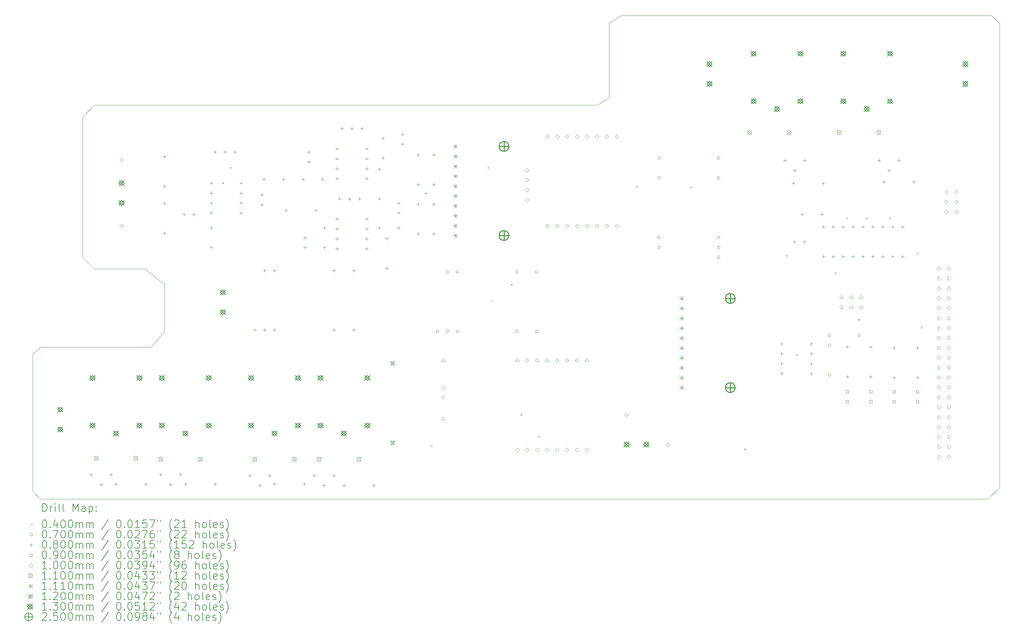
<source format=gbr>
%TF.GenerationSoftware,KiCad,Pcbnew,(6.0.9)*%
%TF.CreationDate,2023-02-24T15:44:55+01:00*%
%TF.ProjectId,mb.2024.0.0,6d622e32-3032-4342-9e30-2e302e6b6963,rev?*%
%TF.SameCoordinates,Original*%
%TF.FileFunction,Drillmap*%
%TF.FilePolarity,Positive*%
%FSLAX45Y45*%
G04 Gerber Fmt 4.5, Leading zero omitted, Abs format (unit mm)*
G04 Created by KiCad (PCBNEW (6.0.9)) date 2023-02-24 15:44:55*
%MOMM*%
%LPD*%
G01*
G04 APERTURE LIST*
%ADD10C,0.100000*%
%ADD11C,0.200000*%
%ADD12C,0.040000*%
%ADD13C,0.070000*%
%ADD14C,0.080000*%
%ADD15C,0.090000*%
%ADD16C,0.110000*%
%ADD17C,0.111000*%
%ADD18C,0.120000*%
%ADD19C,0.130000*%
%ADD20C,0.250000*%
G04 APERTURE END LIST*
D10*
X16500000Y-3100000D02*
X16200000Y-3300000D01*
X4450000Y-11600000D02*
X1624000Y-11600000D01*
X16200000Y-3300000D02*
X16200000Y-5200000D01*
X2700000Y-9300000D02*
X3000000Y-9600000D01*
X3000000Y-5400000D02*
X2700000Y-5700000D01*
X4800000Y-10000000D02*
X4300000Y-9600000D01*
X15900000Y-5400000D02*
X3000000Y-5400000D01*
X26000000Y-3100000D02*
X16500000Y-3100000D01*
X2700000Y-10400000D02*
X2700000Y-10400000D01*
X26200000Y-15200000D02*
X26200000Y-3300000D01*
X3000000Y-9600000D02*
X4300000Y-9600000D01*
X1624000Y-11600000D02*
X1424000Y-11784000D01*
X16200000Y-5200000D02*
X15900000Y-5400000D01*
X1424000Y-15300000D02*
X1624000Y-15500000D01*
X1424000Y-11784000D02*
X1424000Y-15300000D01*
X25900000Y-15500000D02*
X26200000Y-15200000D01*
X4800000Y-11200000D02*
X4800000Y-10000000D01*
X2700000Y-5700000D02*
X2700000Y-9300000D01*
X4800000Y-11200000D02*
X4450000Y-11600000D01*
X1624000Y-15500000D02*
X25900000Y-15500000D01*
X26000000Y-3100000D02*
X26200000Y-3300000D01*
D11*
D12*
X6280000Y-7380000D02*
X6320000Y-7420000D01*
X6320000Y-7380000D02*
X6280000Y-7420000D01*
X6480000Y-6980000D02*
X6520000Y-7020000D01*
X6520000Y-6980000D02*
X6480000Y-7020000D01*
X11480000Y-7637000D02*
X11520000Y-7677000D01*
X11520000Y-7637000D02*
X11480000Y-7677000D01*
X11623000Y-14118000D02*
X11663000Y-14158000D01*
X11663000Y-14118000D02*
X11623000Y-14158000D01*
X13080000Y-6980000D02*
X13120000Y-7020000D01*
X13120000Y-6980000D02*
X13080000Y-7020000D01*
X13180000Y-10380000D02*
X13220000Y-10420000D01*
X13220000Y-10380000D02*
X13180000Y-10420000D01*
X13680000Y-9980000D02*
X13720000Y-10020000D01*
X13720000Y-9980000D02*
X13680000Y-10020000D01*
X13923000Y-13318000D02*
X13963000Y-13358000D01*
X13963000Y-13318000D02*
X13923000Y-13358000D01*
X14380000Y-13880000D02*
X14420000Y-13920000D01*
X14420000Y-13880000D02*
X14380000Y-13920000D01*
X16894250Y-7465750D02*
X16934250Y-7505750D01*
X16934250Y-7465750D02*
X16894250Y-7505750D01*
X18280000Y-7480000D02*
X18320000Y-7520000D01*
X18320000Y-7480000D02*
X18280000Y-7520000D01*
X19660500Y-14199500D02*
X19700500Y-14239500D01*
X19700500Y-14199500D02*
X19660500Y-14239500D01*
X20726000Y-9234000D02*
X20766000Y-9274000D01*
X20766000Y-9234000D02*
X20726000Y-9274000D01*
X20980000Y-11780000D02*
X21020000Y-11820000D01*
X21020000Y-11780000D02*
X20980000Y-11820000D01*
X21980000Y-9680000D02*
X22020000Y-9720000D01*
X22020000Y-9680000D02*
X21980000Y-9720000D01*
X22279716Y-8275523D02*
X22319716Y-8315523D01*
X22319716Y-8275523D02*
X22279716Y-8315523D01*
X22580000Y-10880000D02*
X22620000Y-10920000D01*
X22620000Y-10880000D02*
X22580000Y-10920000D01*
X22776551Y-8275523D02*
X22816551Y-8315523D01*
X22816551Y-8275523D02*
X22776551Y-8315523D01*
X23380000Y-8280000D02*
X23420000Y-8320000D01*
X23420000Y-8280000D02*
X23380000Y-8320000D01*
X24080000Y-9180000D02*
X24120000Y-9220000D01*
X24120000Y-9180000D02*
X24080000Y-9220000D01*
X24180000Y-11080000D02*
X24220000Y-11120000D01*
X24220000Y-11080000D02*
X24180000Y-11120000D01*
D13*
X11835000Y-11200000D02*
G75*
G03*
X11835000Y-11200000I-35000J0D01*
G01*
X12089000Y-9676000D02*
G75*
G03*
X12089000Y-9676000I-35000J0D01*
G01*
X12089000Y-11200000D02*
G75*
G03*
X12089000Y-11200000I-35000J0D01*
G01*
X12343000Y-9676000D02*
G75*
G03*
X12343000Y-9676000I-35000J0D01*
G01*
X12343000Y-11200000D02*
G75*
G03*
X12343000Y-11200000I-35000J0D01*
G01*
X13867000Y-9676000D02*
G75*
G03*
X13867000Y-9676000I-35000J0D01*
G01*
X13867000Y-11200000D02*
G75*
G03*
X13867000Y-11200000I-35000J0D01*
G01*
X14375000Y-9676000D02*
G75*
G03*
X14375000Y-9676000I-35000J0D01*
G01*
X14375000Y-11200000D02*
G75*
G03*
X14375000Y-11200000I-35000J0D01*
G01*
X17511000Y-6760000D02*
G75*
G03*
X17511000Y-6760000I-35000J0D01*
G01*
X17511000Y-7268000D02*
G75*
G03*
X17511000Y-7268000I-35000J0D01*
G01*
X17511000Y-8792000D02*
G75*
G03*
X17511000Y-8792000I-35000J0D01*
G01*
X17511000Y-9046000D02*
G75*
G03*
X17511000Y-9046000I-35000J0D01*
G01*
X19035000Y-6760000D02*
G75*
G03*
X19035000Y-6760000I-35000J0D01*
G01*
X19035000Y-7268000D02*
G75*
G03*
X19035000Y-7268000I-35000J0D01*
G01*
X19035000Y-8792000D02*
G75*
G03*
X19035000Y-8792000I-35000J0D01*
G01*
X19035000Y-9046000D02*
G75*
G03*
X19035000Y-9046000I-35000J0D01*
G01*
X19035000Y-9300000D02*
G75*
G03*
X19035000Y-9300000I-35000J0D01*
G01*
X21879000Y-11303000D02*
G75*
G03*
X21879000Y-11303000I-35000J0D01*
G01*
X21879000Y-11557000D02*
G75*
G03*
X21879000Y-11557000I-35000J0D01*
G01*
X21879000Y-12319000D02*
G75*
G03*
X21879000Y-12319000I-35000J0D01*
G01*
X22641000Y-11303000D02*
G75*
G03*
X22641000Y-11303000I-35000J0D01*
G01*
D14*
X2922000Y-14834750D02*
X2922000Y-14914750D01*
X2882000Y-14874750D02*
X2962000Y-14874750D01*
X3176000Y-15088750D02*
X3176000Y-15168750D01*
X3136000Y-15128750D02*
X3216000Y-15128750D01*
X3430000Y-14834750D02*
X3430000Y-14914750D01*
X3390000Y-14874750D02*
X3470000Y-14874750D01*
X3556000Y-15073000D02*
X3556000Y-15153000D01*
X3516000Y-15113000D02*
X3596000Y-15113000D01*
X4318000Y-15073000D02*
X4318000Y-15153000D01*
X4278000Y-15113000D02*
X4358000Y-15113000D01*
X4700000Y-14830000D02*
X4700000Y-14910000D01*
X4660000Y-14870000D02*
X4740000Y-14870000D01*
X4800000Y-6679000D02*
X4800000Y-6759000D01*
X4760000Y-6719000D02*
X4840000Y-6719000D01*
X4800000Y-7441000D02*
X4800000Y-7521000D01*
X4760000Y-7481000D02*
X4840000Y-7481000D01*
X4800000Y-7879000D02*
X4800000Y-7959000D01*
X4760000Y-7919000D02*
X4840000Y-7919000D01*
X4800000Y-8641000D02*
X4800000Y-8721000D01*
X4760000Y-8681000D02*
X4840000Y-8681000D01*
X4954000Y-15084000D02*
X4954000Y-15164000D01*
X4914000Y-15124000D02*
X4994000Y-15124000D01*
X5208000Y-14830000D02*
X5208000Y-14910000D01*
X5168000Y-14870000D02*
X5248000Y-14870000D01*
X5300000Y-8160000D02*
X5300000Y-8240000D01*
X5260000Y-8200000D02*
X5340000Y-8200000D01*
X5334000Y-15073000D02*
X5334000Y-15153000D01*
X5294000Y-15113000D02*
X5374000Y-15113000D01*
X5550000Y-8160000D02*
X5550000Y-8240000D01*
X5510000Y-8200000D02*
X5590000Y-8200000D01*
X6000000Y-7360000D02*
X6000000Y-7440000D01*
X5960000Y-7400000D02*
X6040000Y-7400000D01*
X6000000Y-7614000D02*
X6000000Y-7694000D01*
X5960000Y-7654000D02*
X6040000Y-7654000D01*
X6000000Y-7868000D02*
X6000000Y-7948000D01*
X5960000Y-7908000D02*
X6040000Y-7908000D01*
X6000000Y-8122000D02*
X6000000Y-8202000D01*
X5960000Y-8162000D02*
X6040000Y-8162000D01*
X6000000Y-8510000D02*
X6000000Y-8590000D01*
X5960000Y-8550000D02*
X6040000Y-8550000D01*
X6000000Y-9010000D02*
X6000000Y-9090000D01*
X5960000Y-9050000D02*
X6040000Y-9050000D01*
X6092000Y-6560000D02*
X6092000Y-6640000D01*
X6052000Y-6600000D02*
X6132000Y-6600000D01*
X6096000Y-15073000D02*
X6096000Y-15153000D01*
X6056000Y-15113000D02*
X6136000Y-15113000D01*
X6346000Y-6560000D02*
X6346000Y-6640000D01*
X6306000Y-6600000D02*
X6386000Y-6600000D01*
X6600000Y-6560000D02*
X6600000Y-6640000D01*
X6560000Y-6600000D02*
X6640000Y-6600000D01*
X6762000Y-7360000D02*
X6762000Y-7440000D01*
X6722000Y-7400000D02*
X6802000Y-7400000D01*
X6762000Y-7614000D02*
X6762000Y-7694000D01*
X6722000Y-7654000D02*
X6802000Y-7654000D01*
X6762000Y-7868000D02*
X6762000Y-7948000D01*
X6722000Y-7908000D02*
X6802000Y-7908000D01*
X6762000Y-8122000D02*
X6762000Y-8202000D01*
X6722000Y-8162000D02*
X6802000Y-8162000D01*
X6986000Y-14861000D02*
X6986000Y-14941000D01*
X6946000Y-14901000D02*
X7026000Y-14901000D01*
X7110000Y-11122000D02*
X7110000Y-11202000D01*
X7070000Y-11162000D02*
X7150000Y-11162000D01*
X7240000Y-15115000D02*
X7240000Y-15195000D01*
X7200000Y-15155000D02*
X7280000Y-15155000D01*
X7300000Y-7660000D02*
X7300000Y-7740000D01*
X7260000Y-7700000D02*
X7340000Y-7700000D01*
X7300000Y-7910000D02*
X7300000Y-7990000D01*
X7260000Y-7950000D02*
X7340000Y-7950000D01*
X7350000Y-7260000D02*
X7350000Y-7340000D01*
X7310000Y-7300000D02*
X7390000Y-7300000D01*
X7364000Y-9598000D02*
X7364000Y-9678000D01*
X7324000Y-9638000D02*
X7404000Y-9638000D01*
X7364000Y-11122000D02*
X7364000Y-11202000D01*
X7324000Y-11162000D02*
X7404000Y-11162000D01*
X7494000Y-14861000D02*
X7494000Y-14941000D01*
X7454000Y-14901000D02*
X7534000Y-14901000D01*
X7618000Y-9598000D02*
X7618000Y-9678000D01*
X7578000Y-9638000D02*
X7658000Y-9638000D01*
X7618000Y-11122000D02*
X7618000Y-11202000D01*
X7578000Y-11162000D02*
X7658000Y-11162000D01*
X7620000Y-15073000D02*
X7620000Y-15153000D01*
X7580000Y-15113000D02*
X7660000Y-15113000D01*
X7850000Y-7260000D02*
X7850000Y-7340000D01*
X7810000Y-7300000D02*
X7890000Y-7300000D01*
X7919000Y-8060000D02*
X7919000Y-8140000D01*
X7879000Y-8100000D02*
X7959000Y-8100000D01*
X8350000Y-7260000D02*
X8350000Y-7340000D01*
X8310000Y-7300000D02*
X8390000Y-7300000D01*
X8382000Y-15073000D02*
X8382000Y-15153000D01*
X8342000Y-15113000D02*
X8422000Y-15113000D01*
X8400000Y-8760000D02*
X8400000Y-8840000D01*
X8360000Y-8800000D02*
X8440000Y-8800000D01*
X8400000Y-9010000D02*
X8400000Y-9090000D01*
X8360000Y-9050000D02*
X8440000Y-9050000D01*
X8500000Y-6560000D02*
X8500000Y-6640000D01*
X8460000Y-6600000D02*
X8540000Y-6600000D01*
X8500000Y-6810000D02*
X8500000Y-6890000D01*
X8460000Y-6850000D02*
X8540000Y-6850000D01*
X8637000Y-14861000D02*
X8637000Y-14941000D01*
X8597000Y-14901000D02*
X8677000Y-14901000D01*
X8681000Y-8060000D02*
X8681000Y-8140000D01*
X8641000Y-8100000D02*
X8721000Y-8100000D01*
X8850000Y-7260000D02*
X8850000Y-7340000D01*
X8810000Y-7300000D02*
X8890000Y-7300000D01*
X8891000Y-15115000D02*
X8891000Y-15195000D01*
X8851000Y-15155000D02*
X8931000Y-15155000D01*
X8900000Y-8510000D02*
X8900000Y-8590000D01*
X8860000Y-8550000D02*
X8940000Y-8550000D01*
X8900000Y-9010000D02*
X8900000Y-9090000D01*
X8860000Y-9050000D02*
X8940000Y-9050000D01*
X9142000Y-9598000D02*
X9142000Y-9678000D01*
X9102000Y-9638000D02*
X9182000Y-9638000D01*
X9142000Y-11122000D02*
X9142000Y-11202000D01*
X9102000Y-11162000D02*
X9182000Y-11162000D01*
X9145000Y-14861000D02*
X9145000Y-14941000D01*
X9105000Y-14901000D02*
X9185000Y-14901000D01*
X9220000Y-6480000D02*
X9220000Y-6560000D01*
X9180000Y-6520000D02*
X9260000Y-6520000D01*
X9220000Y-6734000D02*
X9220000Y-6814000D01*
X9180000Y-6774000D02*
X9260000Y-6774000D01*
X9220000Y-6988000D02*
X9220000Y-7068000D01*
X9180000Y-7028000D02*
X9260000Y-7028000D01*
X9220000Y-7242000D02*
X9220000Y-7322000D01*
X9180000Y-7282000D02*
X9260000Y-7282000D01*
X9220000Y-8280000D02*
X9220000Y-8360000D01*
X9180000Y-8320000D02*
X9260000Y-8320000D01*
X9220000Y-8534000D02*
X9220000Y-8614000D01*
X9180000Y-8574000D02*
X9260000Y-8574000D01*
X9220000Y-8788000D02*
X9220000Y-8868000D01*
X9180000Y-8828000D02*
X9260000Y-8828000D01*
X9220000Y-9042000D02*
X9220000Y-9122000D01*
X9180000Y-9082000D02*
X9260000Y-9082000D01*
X9292000Y-7760000D02*
X9292000Y-7840000D01*
X9252000Y-7800000D02*
X9332000Y-7800000D01*
X9347000Y-5960000D02*
X9347000Y-6040000D01*
X9307000Y-6000000D02*
X9387000Y-6000000D01*
X9398000Y-15110000D02*
X9398000Y-15190000D01*
X9358000Y-15150000D02*
X9438000Y-15150000D01*
X9546000Y-7760000D02*
X9546000Y-7840000D01*
X9506000Y-7800000D02*
X9586000Y-7800000D01*
X9601000Y-5960000D02*
X9601000Y-6040000D01*
X9561000Y-6000000D02*
X9641000Y-6000000D01*
X9650000Y-9598000D02*
X9650000Y-9678000D01*
X9610000Y-9638000D02*
X9690000Y-9638000D01*
X9650000Y-11122000D02*
X9650000Y-11202000D01*
X9610000Y-11162000D02*
X9690000Y-11162000D01*
X9800000Y-7760000D02*
X9800000Y-7840000D01*
X9760000Y-7800000D02*
X9840000Y-7800000D01*
X9855000Y-5960000D02*
X9855000Y-6040000D01*
X9815000Y-6000000D02*
X9895000Y-6000000D01*
X9982000Y-6480000D02*
X9982000Y-6560000D01*
X9942000Y-6520000D02*
X10022000Y-6520000D01*
X9982000Y-6734000D02*
X9982000Y-6814000D01*
X9942000Y-6774000D02*
X10022000Y-6774000D01*
X9982000Y-6988000D02*
X9982000Y-7068000D01*
X9942000Y-7028000D02*
X10022000Y-7028000D01*
X9982000Y-7242000D02*
X9982000Y-7322000D01*
X9942000Y-7282000D02*
X10022000Y-7282000D01*
X9982000Y-8280000D02*
X9982000Y-8360000D01*
X9942000Y-8320000D02*
X10022000Y-8320000D01*
X9982000Y-8534000D02*
X9982000Y-8614000D01*
X9942000Y-8574000D02*
X10022000Y-8574000D01*
X9982000Y-8788000D02*
X9982000Y-8868000D01*
X9942000Y-8828000D02*
X10022000Y-8828000D01*
X9982000Y-9042000D02*
X9982000Y-9122000D01*
X9942000Y-9082000D02*
X10022000Y-9082000D01*
X10160000Y-15110000D02*
X10160000Y-15190000D01*
X10120000Y-15150000D02*
X10200000Y-15150000D01*
X10300000Y-6998000D02*
X10300000Y-7078000D01*
X10260000Y-7038000D02*
X10340000Y-7038000D01*
X10300000Y-7760000D02*
X10300000Y-7840000D01*
X10260000Y-7800000D02*
X10340000Y-7800000D01*
X10300000Y-8510000D02*
X10300000Y-8590000D01*
X10260000Y-8550000D02*
X10340000Y-8550000D01*
X10400000Y-6210000D02*
X10400000Y-6290000D01*
X10360000Y-6250000D02*
X10440000Y-6250000D01*
X10400000Y-6710000D02*
X10400000Y-6790000D01*
X10360000Y-6750000D02*
X10440000Y-6750000D01*
X10500000Y-8779000D02*
X10500000Y-8859000D01*
X10460000Y-8819000D02*
X10540000Y-8819000D01*
X10500000Y-9541000D02*
X10500000Y-9621000D01*
X10460000Y-9581000D02*
X10540000Y-9581000D01*
X10800000Y-7870000D02*
X10800000Y-7950000D01*
X10760000Y-7910000D02*
X10840000Y-7910000D01*
X10800000Y-8120000D02*
X10800000Y-8200000D01*
X10760000Y-8160000D02*
X10840000Y-8160000D01*
X10800000Y-8510000D02*
X10800000Y-8590000D01*
X10760000Y-8550000D02*
X10840000Y-8550000D01*
X10900000Y-6110000D02*
X10900000Y-6190000D01*
X10860000Y-6150000D02*
X10940000Y-6150000D01*
X10900000Y-6360000D02*
X10900000Y-6440000D01*
X10860000Y-6400000D02*
X10940000Y-6400000D01*
X11300000Y-6636000D02*
X11300000Y-6716000D01*
X11260000Y-6676000D02*
X11340000Y-6676000D01*
X11300000Y-7398000D02*
X11300000Y-7478000D01*
X11260000Y-7438000D02*
X11340000Y-7438000D01*
X11300000Y-7898000D02*
X11300000Y-7978000D01*
X11260000Y-7938000D02*
X11340000Y-7938000D01*
X11300000Y-8660000D02*
X11300000Y-8740000D01*
X11260000Y-8700000D02*
X11340000Y-8700000D01*
X11700000Y-6636000D02*
X11700000Y-6716000D01*
X11660000Y-6676000D02*
X11740000Y-6676000D01*
X11700000Y-7398000D02*
X11700000Y-7478000D01*
X11660000Y-7438000D02*
X11740000Y-7438000D01*
X11700000Y-7898000D02*
X11700000Y-7978000D01*
X11660000Y-7938000D02*
X11740000Y-7938000D01*
X11700000Y-8660000D02*
X11700000Y-8740000D01*
X11660000Y-8700000D02*
X11740000Y-8700000D01*
X20620000Y-11480000D02*
X20620000Y-11560000D01*
X20580000Y-11520000D02*
X20660000Y-11520000D01*
X20620000Y-11734000D02*
X20620000Y-11814000D01*
X20580000Y-11774000D02*
X20660000Y-11774000D01*
X20620000Y-11988000D02*
X20620000Y-12068000D01*
X20580000Y-12028000D02*
X20660000Y-12028000D01*
X20620000Y-12242000D02*
X20620000Y-12322000D01*
X20580000Y-12282000D02*
X20660000Y-12282000D01*
X20702000Y-6776000D02*
X20702000Y-6856000D01*
X20662000Y-6816000D02*
X20742000Y-6816000D01*
X20919000Y-7360000D02*
X20919000Y-7440000D01*
X20879000Y-7400000D02*
X20959000Y-7400000D01*
X20950000Y-8860000D02*
X20950000Y-8940000D01*
X20910000Y-8900000D02*
X20990000Y-8900000D01*
X20956000Y-7030000D02*
X20956000Y-7110000D01*
X20916000Y-7070000D02*
X20996000Y-7070000D01*
X21150000Y-8160000D02*
X21150000Y-8240000D01*
X21110000Y-8200000D02*
X21190000Y-8200000D01*
X21200000Y-8860000D02*
X21200000Y-8940000D01*
X21160000Y-8900000D02*
X21240000Y-8900000D01*
X21210000Y-6776000D02*
X21210000Y-6856000D01*
X21170000Y-6816000D02*
X21250000Y-6816000D01*
X21382000Y-11480000D02*
X21382000Y-11560000D01*
X21342000Y-11520000D02*
X21422000Y-11520000D01*
X21382000Y-11734000D02*
X21382000Y-11814000D01*
X21342000Y-11774000D02*
X21422000Y-11774000D01*
X21382000Y-11988000D02*
X21382000Y-12068000D01*
X21342000Y-12028000D02*
X21422000Y-12028000D01*
X21382000Y-12242000D02*
X21382000Y-12322000D01*
X21342000Y-12282000D02*
X21422000Y-12282000D01*
X21650000Y-8160000D02*
X21650000Y-8240000D01*
X21610000Y-8200000D02*
X21690000Y-8200000D01*
X21681000Y-7360000D02*
X21681000Y-7440000D01*
X21641000Y-7400000D02*
X21721000Y-7400000D01*
X21685000Y-8478000D02*
X21685000Y-8558000D01*
X21645000Y-8518000D02*
X21725000Y-8518000D01*
X21685000Y-9240000D02*
X21685000Y-9320000D01*
X21645000Y-9280000D02*
X21725000Y-9280000D01*
X21939000Y-8478000D02*
X21939000Y-8558000D01*
X21899000Y-8518000D02*
X21979000Y-8518000D01*
X21939000Y-9240000D02*
X21939000Y-9320000D01*
X21899000Y-9280000D02*
X21979000Y-9280000D01*
X22193000Y-8478000D02*
X22193000Y-8558000D01*
X22153000Y-8518000D02*
X22233000Y-8518000D01*
X22193000Y-9240000D02*
X22193000Y-9320000D01*
X22153000Y-9280000D02*
X22233000Y-9280000D01*
X22300000Y-11560000D02*
X22300000Y-11640000D01*
X22260000Y-11600000D02*
X22340000Y-11600000D01*
X22300000Y-12322000D02*
X22300000Y-12402000D01*
X22260000Y-12362000D02*
X22340000Y-12362000D01*
X22447000Y-8478000D02*
X22447000Y-8558000D01*
X22407000Y-8518000D02*
X22487000Y-8518000D01*
X22447000Y-9240000D02*
X22447000Y-9320000D01*
X22407000Y-9280000D02*
X22487000Y-9280000D01*
X22701000Y-8478000D02*
X22701000Y-8558000D01*
X22661000Y-8518000D02*
X22741000Y-8518000D01*
X22701000Y-9240000D02*
X22701000Y-9320000D01*
X22661000Y-9280000D02*
X22741000Y-9280000D01*
X22900000Y-11560000D02*
X22900000Y-11640000D01*
X22860000Y-11600000D02*
X22940000Y-11600000D01*
X22900000Y-12322000D02*
X22900000Y-12402000D01*
X22860000Y-12362000D02*
X22940000Y-12362000D01*
X22955000Y-8478000D02*
X22955000Y-8558000D01*
X22915000Y-8518000D02*
X22995000Y-8518000D01*
X22955000Y-9240000D02*
X22955000Y-9320000D01*
X22915000Y-9280000D02*
X22995000Y-9280000D01*
X23115000Y-6776000D02*
X23115000Y-6856000D01*
X23075000Y-6816000D02*
X23155000Y-6816000D01*
X23209000Y-8478000D02*
X23209000Y-8558000D01*
X23169000Y-8518000D02*
X23249000Y-8518000D01*
X23209000Y-9240000D02*
X23209000Y-9320000D01*
X23169000Y-9280000D02*
X23249000Y-9280000D01*
X23241000Y-7326000D02*
X23241000Y-7406000D01*
X23201000Y-7366000D02*
X23281000Y-7366000D01*
X23369000Y-7030000D02*
X23369000Y-7110000D01*
X23329000Y-7070000D02*
X23409000Y-7070000D01*
X23463000Y-8478000D02*
X23463000Y-8558000D01*
X23423000Y-8518000D02*
X23503000Y-8518000D01*
X23463000Y-9240000D02*
X23463000Y-9320000D01*
X23423000Y-9280000D02*
X23503000Y-9280000D01*
X23500000Y-11579000D02*
X23500000Y-11659000D01*
X23460000Y-11619000D02*
X23540000Y-11619000D01*
X23500000Y-12341000D02*
X23500000Y-12421000D01*
X23460000Y-12381000D02*
X23540000Y-12381000D01*
X23623000Y-6776000D02*
X23623000Y-6856000D01*
X23583000Y-6816000D02*
X23663000Y-6816000D01*
X23717000Y-8478000D02*
X23717000Y-8558000D01*
X23677000Y-8518000D02*
X23757000Y-8518000D01*
X23717000Y-9240000D02*
X23717000Y-9320000D01*
X23677000Y-9280000D02*
X23757000Y-9280000D01*
X24003000Y-7326000D02*
X24003000Y-7406000D01*
X23963000Y-7366000D02*
X24043000Y-7366000D01*
X24100000Y-11579000D02*
X24100000Y-11659000D01*
X24060000Y-11619000D02*
X24140000Y-11619000D01*
X24100000Y-12341000D02*
X24100000Y-12421000D01*
X24060000Y-12381000D02*
X24140000Y-12381000D01*
D15*
X22331820Y-12777820D02*
X22331820Y-12714180D01*
X22268180Y-12714180D01*
X22268180Y-12777820D01*
X22331820Y-12777820D01*
X22331820Y-13031820D02*
X22331820Y-12968180D01*
X22268180Y-12968180D01*
X22268180Y-13031820D01*
X22331820Y-13031820D01*
X22931820Y-12777820D02*
X22931820Y-12714180D01*
X22868180Y-12714180D01*
X22868180Y-12777820D01*
X22931820Y-12777820D01*
X22931820Y-13031820D02*
X22931820Y-12968180D01*
X22868180Y-12968180D01*
X22868180Y-13031820D01*
X22931820Y-13031820D01*
X23531820Y-12777820D02*
X23531820Y-12714180D01*
X23468180Y-12714180D01*
X23468180Y-12777820D01*
X23531820Y-12777820D01*
X23531820Y-13031820D02*
X23531820Y-12968180D01*
X23468180Y-12968180D01*
X23468180Y-13031820D01*
X23531820Y-13031820D01*
X24131820Y-12777820D02*
X24131820Y-12714180D01*
X24068180Y-12714180D01*
X24068180Y-12777820D01*
X24131820Y-12777820D01*
X24131820Y-13031820D02*
X24131820Y-12968180D01*
X24068180Y-12968180D01*
X24068180Y-13031820D01*
X24131820Y-13031820D01*
D10*
X3700000Y-6850000D02*
X3750000Y-6800000D01*
X3700000Y-6750000D01*
X3650000Y-6800000D01*
X3700000Y-6850000D01*
X3700000Y-8550000D02*
X3750000Y-8500000D01*
X3700000Y-8450000D01*
X3650000Y-8500000D01*
X3700000Y-8550000D01*
X11943000Y-11988000D02*
X11993000Y-11938000D01*
X11943000Y-11888000D01*
X11893000Y-11938000D01*
X11943000Y-11988000D01*
X11943000Y-13488000D02*
X11993000Y-13438000D01*
X11943000Y-13388000D01*
X11893000Y-13438000D01*
X11943000Y-13488000D01*
X11947500Y-12689500D02*
X11997500Y-12639500D01*
X11947500Y-12589500D01*
X11897500Y-12639500D01*
X11947500Y-12689500D01*
X11947500Y-12943500D02*
X11997500Y-12893500D01*
X11947500Y-12843500D01*
X11897500Y-12893500D01*
X11947500Y-12943500D01*
X13843000Y-11988000D02*
X13893000Y-11938000D01*
X13843000Y-11888000D01*
X13793000Y-11938000D01*
X13843000Y-11988000D01*
X13843000Y-14288000D02*
X13893000Y-14238000D01*
X13843000Y-14188000D01*
X13793000Y-14238000D01*
X13843000Y-14288000D01*
X14097000Y-11988000D02*
X14147000Y-11938000D01*
X14097000Y-11888000D01*
X14047000Y-11938000D01*
X14097000Y-11988000D01*
X14097000Y-14288000D02*
X14147000Y-14238000D01*
X14097000Y-14188000D01*
X14047000Y-14238000D01*
X14097000Y-14288000D01*
X14100000Y-7113000D02*
X14150000Y-7063000D01*
X14100000Y-7013000D01*
X14050000Y-7063000D01*
X14100000Y-7113000D01*
X14100000Y-7367000D02*
X14150000Y-7317000D01*
X14100000Y-7267000D01*
X14050000Y-7317000D01*
X14100000Y-7367000D01*
X14100000Y-7621000D02*
X14150000Y-7571000D01*
X14100000Y-7521000D01*
X14050000Y-7571000D01*
X14100000Y-7621000D01*
X14100000Y-7875000D02*
X14150000Y-7825000D01*
X14100000Y-7775000D01*
X14050000Y-7825000D01*
X14100000Y-7875000D01*
X14351000Y-11988000D02*
X14401000Y-11938000D01*
X14351000Y-11888000D01*
X14301000Y-11938000D01*
X14351000Y-11988000D01*
X14351000Y-14288000D02*
X14401000Y-14238000D01*
X14351000Y-14188000D01*
X14301000Y-14238000D01*
X14351000Y-14288000D01*
X14605000Y-11988000D02*
X14655000Y-11938000D01*
X14605000Y-11888000D01*
X14555000Y-11938000D01*
X14605000Y-11988000D01*
X14605000Y-14288000D02*
X14655000Y-14238000D01*
X14605000Y-14188000D01*
X14555000Y-14238000D01*
X14605000Y-14288000D01*
X14612500Y-6250000D02*
X14662500Y-6200000D01*
X14612500Y-6150000D01*
X14562500Y-6200000D01*
X14612500Y-6250000D01*
X14612500Y-8550000D02*
X14662500Y-8500000D01*
X14612500Y-8450000D01*
X14562500Y-8500000D01*
X14612500Y-8550000D01*
X14859000Y-11988000D02*
X14909000Y-11938000D01*
X14859000Y-11888000D01*
X14809000Y-11938000D01*
X14859000Y-11988000D01*
X14859000Y-14288000D02*
X14909000Y-14238000D01*
X14859000Y-14188000D01*
X14809000Y-14238000D01*
X14859000Y-14288000D01*
X14866500Y-6250000D02*
X14916500Y-6200000D01*
X14866500Y-6150000D01*
X14816500Y-6200000D01*
X14866500Y-6250000D01*
X14866500Y-8550000D02*
X14916500Y-8500000D01*
X14866500Y-8450000D01*
X14816500Y-8500000D01*
X14866500Y-8550000D01*
X15113000Y-11988000D02*
X15163000Y-11938000D01*
X15113000Y-11888000D01*
X15063000Y-11938000D01*
X15113000Y-11988000D01*
X15113000Y-14288000D02*
X15163000Y-14238000D01*
X15113000Y-14188000D01*
X15063000Y-14238000D01*
X15113000Y-14288000D01*
X15120500Y-6250000D02*
X15170500Y-6200000D01*
X15120500Y-6150000D01*
X15070500Y-6200000D01*
X15120500Y-6250000D01*
X15120500Y-8550000D02*
X15170500Y-8500000D01*
X15120500Y-8450000D01*
X15070500Y-8500000D01*
X15120500Y-8550000D01*
X15367000Y-11988000D02*
X15417000Y-11938000D01*
X15367000Y-11888000D01*
X15317000Y-11938000D01*
X15367000Y-11988000D01*
X15367000Y-14288000D02*
X15417000Y-14238000D01*
X15367000Y-14188000D01*
X15317000Y-14238000D01*
X15367000Y-14288000D01*
X15374500Y-6250000D02*
X15424500Y-6200000D01*
X15374500Y-6150000D01*
X15324500Y-6200000D01*
X15374500Y-6250000D01*
X15374500Y-8550000D02*
X15424500Y-8500000D01*
X15374500Y-8450000D01*
X15324500Y-8500000D01*
X15374500Y-8550000D01*
X15621000Y-11988000D02*
X15671000Y-11938000D01*
X15621000Y-11888000D01*
X15571000Y-11938000D01*
X15621000Y-11988000D01*
X15621000Y-14288000D02*
X15671000Y-14238000D01*
X15621000Y-14188000D01*
X15571000Y-14238000D01*
X15621000Y-14288000D01*
X15628500Y-6250000D02*
X15678500Y-6200000D01*
X15628500Y-6150000D01*
X15578500Y-6200000D01*
X15628500Y-6250000D01*
X15628500Y-8550000D02*
X15678500Y-8500000D01*
X15628500Y-8450000D01*
X15578500Y-8500000D01*
X15628500Y-8550000D01*
X15882500Y-6250000D02*
X15932500Y-6200000D01*
X15882500Y-6150000D01*
X15832500Y-6200000D01*
X15882500Y-6250000D01*
X15882500Y-8550000D02*
X15932500Y-8500000D01*
X15882500Y-8450000D01*
X15832500Y-8500000D01*
X15882500Y-8550000D01*
X16136500Y-6250000D02*
X16186500Y-6200000D01*
X16136500Y-6150000D01*
X16086500Y-6200000D01*
X16136500Y-6250000D01*
X16136500Y-8550000D02*
X16186500Y-8500000D01*
X16136500Y-8450000D01*
X16086500Y-8500000D01*
X16136500Y-8550000D01*
X16390500Y-6250000D02*
X16440500Y-6200000D01*
X16390500Y-6150000D01*
X16340500Y-6200000D01*
X16390500Y-6250000D01*
X16390500Y-8550000D02*
X16440500Y-8500000D01*
X16390500Y-8450000D01*
X16340500Y-8500000D01*
X16390500Y-8550000D01*
X16637000Y-13385000D02*
X16687000Y-13335000D01*
X16637000Y-13285000D01*
X16587000Y-13335000D01*
X16637000Y-13385000D01*
X17700000Y-14150000D02*
X17750000Y-14100000D01*
X17700000Y-14050000D01*
X17650000Y-14100000D01*
X17700000Y-14150000D01*
X22145500Y-10371250D02*
X22195500Y-10321250D01*
X22145500Y-10271250D01*
X22095500Y-10321250D01*
X22145500Y-10371250D01*
X22145500Y-10625250D02*
X22195500Y-10575250D01*
X22145500Y-10525250D01*
X22095500Y-10575250D01*
X22145500Y-10625250D01*
X22399500Y-10371250D02*
X22449500Y-10321250D01*
X22399500Y-10271250D01*
X22349500Y-10321250D01*
X22399500Y-10371250D01*
X22399500Y-10625250D02*
X22449500Y-10575250D01*
X22399500Y-10525250D01*
X22349500Y-10575250D01*
X22399500Y-10625250D01*
X22653500Y-10371250D02*
X22703500Y-10321250D01*
X22653500Y-10271250D01*
X22603500Y-10321250D01*
X22653500Y-10371250D01*
X22653500Y-10625250D02*
X22703500Y-10575250D01*
X22653500Y-10525250D01*
X22603500Y-10575250D01*
X22653500Y-10625250D01*
X24650000Y-9640000D02*
X24700000Y-9590000D01*
X24650000Y-9540000D01*
X24600000Y-9590000D01*
X24650000Y-9640000D01*
X24650000Y-9894000D02*
X24700000Y-9844000D01*
X24650000Y-9794000D01*
X24600000Y-9844000D01*
X24650000Y-9894000D01*
X24650000Y-10148000D02*
X24700000Y-10098000D01*
X24650000Y-10048000D01*
X24600000Y-10098000D01*
X24650000Y-10148000D01*
X24650000Y-10402000D02*
X24700000Y-10352000D01*
X24650000Y-10302000D01*
X24600000Y-10352000D01*
X24650000Y-10402000D01*
X24650000Y-10656000D02*
X24700000Y-10606000D01*
X24650000Y-10556000D01*
X24600000Y-10606000D01*
X24650000Y-10656000D01*
X24650000Y-10910000D02*
X24700000Y-10860000D01*
X24650000Y-10810000D01*
X24600000Y-10860000D01*
X24650000Y-10910000D01*
X24650000Y-11164000D02*
X24700000Y-11114000D01*
X24650000Y-11064000D01*
X24600000Y-11114000D01*
X24650000Y-11164000D01*
X24650000Y-11418000D02*
X24700000Y-11368000D01*
X24650000Y-11318000D01*
X24600000Y-11368000D01*
X24650000Y-11418000D01*
X24650000Y-11672000D02*
X24700000Y-11622000D01*
X24650000Y-11572000D01*
X24600000Y-11622000D01*
X24650000Y-11672000D01*
X24650000Y-11926000D02*
X24700000Y-11876000D01*
X24650000Y-11826000D01*
X24600000Y-11876000D01*
X24650000Y-11926000D01*
X24650000Y-12180000D02*
X24700000Y-12130000D01*
X24650000Y-12080000D01*
X24600000Y-12130000D01*
X24650000Y-12180000D01*
X24650000Y-12434000D02*
X24700000Y-12384000D01*
X24650000Y-12334000D01*
X24600000Y-12384000D01*
X24650000Y-12434000D01*
X24650000Y-12688000D02*
X24700000Y-12638000D01*
X24650000Y-12588000D01*
X24600000Y-12638000D01*
X24650000Y-12688000D01*
X24650000Y-12942000D02*
X24700000Y-12892000D01*
X24650000Y-12842000D01*
X24600000Y-12892000D01*
X24650000Y-12942000D01*
X24650000Y-13196000D02*
X24700000Y-13146000D01*
X24650000Y-13096000D01*
X24600000Y-13146000D01*
X24650000Y-13196000D01*
X24650000Y-13450000D02*
X24700000Y-13400000D01*
X24650000Y-13350000D01*
X24600000Y-13400000D01*
X24650000Y-13450000D01*
X24650000Y-13704000D02*
X24700000Y-13654000D01*
X24650000Y-13604000D01*
X24600000Y-13654000D01*
X24650000Y-13704000D01*
X24650000Y-13958000D02*
X24700000Y-13908000D01*
X24650000Y-13858000D01*
X24600000Y-13908000D01*
X24650000Y-13958000D01*
X24650000Y-14212000D02*
X24700000Y-14162000D01*
X24650000Y-14112000D01*
X24600000Y-14162000D01*
X24650000Y-14212000D01*
X24650000Y-14466000D02*
X24700000Y-14416000D01*
X24650000Y-14366000D01*
X24600000Y-14416000D01*
X24650000Y-14466000D01*
X24840250Y-7670500D02*
X24890250Y-7620500D01*
X24840250Y-7570500D01*
X24790250Y-7620500D01*
X24840250Y-7670500D01*
X24840250Y-7924500D02*
X24890250Y-7874500D01*
X24840250Y-7824500D01*
X24790250Y-7874500D01*
X24840250Y-7924500D01*
X24840250Y-8178500D02*
X24890250Y-8128500D01*
X24840250Y-8078500D01*
X24790250Y-8128500D01*
X24840250Y-8178500D01*
X24904000Y-9640000D02*
X24954000Y-9590000D01*
X24904000Y-9540000D01*
X24854000Y-9590000D01*
X24904000Y-9640000D01*
X24904000Y-9894000D02*
X24954000Y-9844000D01*
X24904000Y-9794000D01*
X24854000Y-9844000D01*
X24904000Y-9894000D01*
X24904000Y-10148000D02*
X24954000Y-10098000D01*
X24904000Y-10048000D01*
X24854000Y-10098000D01*
X24904000Y-10148000D01*
X24904000Y-10402000D02*
X24954000Y-10352000D01*
X24904000Y-10302000D01*
X24854000Y-10352000D01*
X24904000Y-10402000D01*
X24904000Y-10656000D02*
X24954000Y-10606000D01*
X24904000Y-10556000D01*
X24854000Y-10606000D01*
X24904000Y-10656000D01*
X24904000Y-10910000D02*
X24954000Y-10860000D01*
X24904000Y-10810000D01*
X24854000Y-10860000D01*
X24904000Y-10910000D01*
X24904000Y-11164000D02*
X24954000Y-11114000D01*
X24904000Y-11064000D01*
X24854000Y-11114000D01*
X24904000Y-11164000D01*
X24904000Y-11418000D02*
X24954000Y-11368000D01*
X24904000Y-11318000D01*
X24854000Y-11368000D01*
X24904000Y-11418000D01*
X24904000Y-11672000D02*
X24954000Y-11622000D01*
X24904000Y-11572000D01*
X24854000Y-11622000D01*
X24904000Y-11672000D01*
X24904000Y-11926000D02*
X24954000Y-11876000D01*
X24904000Y-11826000D01*
X24854000Y-11876000D01*
X24904000Y-11926000D01*
X24904000Y-12180000D02*
X24954000Y-12130000D01*
X24904000Y-12080000D01*
X24854000Y-12130000D01*
X24904000Y-12180000D01*
X24904000Y-12434000D02*
X24954000Y-12384000D01*
X24904000Y-12334000D01*
X24854000Y-12384000D01*
X24904000Y-12434000D01*
X24904000Y-12688000D02*
X24954000Y-12638000D01*
X24904000Y-12588000D01*
X24854000Y-12638000D01*
X24904000Y-12688000D01*
X24904000Y-12942000D02*
X24954000Y-12892000D01*
X24904000Y-12842000D01*
X24854000Y-12892000D01*
X24904000Y-12942000D01*
X24904000Y-13196000D02*
X24954000Y-13146000D01*
X24904000Y-13096000D01*
X24854000Y-13146000D01*
X24904000Y-13196000D01*
X24904000Y-13450000D02*
X24954000Y-13400000D01*
X24904000Y-13350000D01*
X24854000Y-13400000D01*
X24904000Y-13450000D01*
X24904000Y-13704000D02*
X24954000Y-13654000D01*
X24904000Y-13604000D01*
X24854000Y-13654000D01*
X24904000Y-13704000D01*
X24904000Y-13958000D02*
X24954000Y-13908000D01*
X24904000Y-13858000D01*
X24854000Y-13908000D01*
X24904000Y-13958000D01*
X24904000Y-14212000D02*
X24954000Y-14162000D01*
X24904000Y-14112000D01*
X24854000Y-14162000D01*
X24904000Y-14212000D01*
X24904000Y-14466000D02*
X24954000Y-14416000D01*
X24904000Y-14366000D01*
X24854000Y-14416000D01*
X24904000Y-14466000D01*
X25094250Y-7670500D02*
X25144250Y-7620500D01*
X25094250Y-7570500D01*
X25044250Y-7620500D01*
X25094250Y-7670500D01*
X25094250Y-7924500D02*
X25144250Y-7874500D01*
X25094250Y-7824500D01*
X25044250Y-7874500D01*
X25094250Y-7924500D01*
X25094250Y-8178500D02*
X25144250Y-8128500D01*
X25094250Y-8078500D01*
X25044250Y-8128500D01*
X25094250Y-8178500D01*
D16*
X2993000Y-14396750D02*
X3103000Y-14506750D01*
X3103000Y-14396750D02*
X2993000Y-14506750D01*
X3103000Y-14451750D02*
G75*
G03*
X3103000Y-14451750I-55000J0D01*
G01*
X4009000Y-14396750D02*
X4119000Y-14506750D01*
X4119000Y-14396750D02*
X4009000Y-14506750D01*
X4119000Y-14451750D02*
G75*
G03*
X4119000Y-14451750I-55000J0D01*
G01*
X4644000Y-14423000D02*
X4754000Y-14533000D01*
X4754000Y-14423000D02*
X4644000Y-14533000D01*
X4754000Y-14478000D02*
G75*
G03*
X4754000Y-14478000I-55000J0D01*
G01*
X5660000Y-14423000D02*
X5770000Y-14533000D01*
X5770000Y-14423000D02*
X5660000Y-14533000D01*
X5770000Y-14478000D02*
G75*
G03*
X5770000Y-14478000I-55000J0D01*
G01*
X7057000Y-14423000D02*
X7167000Y-14533000D01*
X7167000Y-14423000D02*
X7057000Y-14533000D01*
X7167000Y-14478000D02*
G75*
G03*
X7167000Y-14478000I-55000J0D01*
G01*
X8073000Y-14423000D02*
X8183000Y-14533000D01*
X8183000Y-14423000D02*
X8073000Y-14533000D01*
X8183000Y-14478000D02*
G75*
G03*
X8183000Y-14478000I-55000J0D01*
G01*
X8708000Y-14423000D02*
X8818000Y-14533000D01*
X8818000Y-14423000D02*
X8708000Y-14533000D01*
X8818000Y-14478000D02*
G75*
G03*
X8818000Y-14478000I-55000J0D01*
G01*
X9724000Y-14423000D02*
X9834000Y-14533000D01*
X9834000Y-14423000D02*
X9724000Y-14533000D01*
X9834000Y-14478000D02*
G75*
G03*
X9834000Y-14478000I-55000J0D01*
G01*
X19737000Y-6045000D02*
X19847000Y-6155000D01*
X19847000Y-6045000D02*
X19737000Y-6155000D01*
X19847000Y-6100000D02*
G75*
G03*
X19847000Y-6100000I-55000J0D01*
G01*
X20753000Y-6045000D02*
X20863000Y-6155000D01*
X20863000Y-6045000D02*
X20753000Y-6155000D01*
X20863000Y-6100000D02*
G75*
G03*
X20863000Y-6100000I-55000J0D01*
G01*
X22037000Y-6045000D02*
X22147000Y-6155000D01*
X22147000Y-6045000D02*
X22037000Y-6155000D01*
X22147000Y-6100000D02*
G75*
G03*
X22147000Y-6100000I-55000J0D01*
G01*
X23053000Y-6045000D02*
X23163000Y-6155000D01*
X23163000Y-6045000D02*
X23053000Y-6155000D01*
X23163000Y-6100000D02*
G75*
G03*
X23163000Y-6100000I-55000J0D01*
G01*
D17*
X12201600Y-6401500D02*
X12312600Y-6512500D01*
X12312600Y-6401500D02*
X12201600Y-6512500D01*
X12257100Y-6401500D02*
X12257100Y-6512500D01*
X12201600Y-6457000D02*
X12312600Y-6457000D01*
X12201600Y-6655500D02*
X12312600Y-6766500D01*
X12312600Y-6655500D02*
X12201600Y-6766500D01*
X12257100Y-6655500D02*
X12257100Y-6766500D01*
X12201600Y-6711000D02*
X12312600Y-6711000D01*
X12201600Y-6909500D02*
X12312600Y-7020500D01*
X12312600Y-6909500D02*
X12201600Y-7020500D01*
X12257100Y-6909500D02*
X12257100Y-7020500D01*
X12201600Y-6965000D02*
X12312600Y-6965000D01*
X12201600Y-7163500D02*
X12312600Y-7274500D01*
X12312600Y-7163500D02*
X12201600Y-7274500D01*
X12257100Y-7163500D02*
X12257100Y-7274500D01*
X12201600Y-7219000D02*
X12312600Y-7219000D01*
X12201600Y-7417500D02*
X12312600Y-7528500D01*
X12312600Y-7417500D02*
X12201600Y-7528500D01*
X12257100Y-7417500D02*
X12257100Y-7528500D01*
X12201600Y-7473000D02*
X12312600Y-7473000D01*
X12201600Y-7671500D02*
X12312600Y-7782500D01*
X12312600Y-7671500D02*
X12201600Y-7782500D01*
X12257100Y-7671500D02*
X12257100Y-7782500D01*
X12201600Y-7727000D02*
X12312600Y-7727000D01*
X12201600Y-7925500D02*
X12312600Y-8036500D01*
X12312600Y-7925500D02*
X12201600Y-8036500D01*
X12257100Y-7925500D02*
X12257100Y-8036500D01*
X12201600Y-7981000D02*
X12312600Y-7981000D01*
X12201600Y-8179500D02*
X12312600Y-8290500D01*
X12312600Y-8179500D02*
X12201600Y-8290500D01*
X12257100Y-8179500D02*
X12257100Y-8290500D01*
X12201600Y-8235000D02*
X12312600Y-8235000D01*
X12201600Y-8433500D02*
X12312600Y-8544500D01*
X12312600Y-8433500D02*
X12201600Y-8544500D01*
X12257100Y-8433500D02*
X12257100Y-8544500D01*
X12201600Y-8489000D02*
X12312600Y-8489000D01*
X12201600Y-8687500D02*
X12312600Y-8798500D01*
X12312600Y-8687500D02*
X12201600Y-8798500D01*
X12257100Y-8687500D02*
X12257100Y-8798500D01*
X12201600Y-8743000D02*
X12312600Y-8743000D01*
X18001600Y-10301500D02*
X18112600Y-10412500D01*
X18112600Y-10301500D02*
X18001600Y-10412500D01*
X18057100Y-10301500D02*
X18057100Y-10412500D01*
X18001600Y-10357000D02*
X18112600Y-10357000D01*
X18001600Y-10555500D02*
X18112600Y-10666500D01*
X18112600Y-10555500D02*
X18001600Y-10666500D01*
X18057100Y-10555500D02*
X18057100Y-10666500D01*
X18001600Y-10611000D02*
X18112600Y-10611000D01*
X18001600Y-10809500D02*
X18112600Y-10920500D01*
X18112600Y-10809500D02*
X18001600Y-10920500D01*
X18057100Y-10809500D02*
X18057100Y-10920500D01*
X18001600Y-10865000D02*
X18112600Y-10865000D01*
X18001600Y-11063500D02*
X18112600Y-11174500D01*
X18112600Y-11063500D02*
X18001600Y-11174500D01*
X18057100Y-11063500D02*
X18057100Y-11174500D01*
X18001600Y-11119000D02*
X18112600Y-11119000D01*
X18001600Y-11317500D02*
X18112600Y-11428500D01*
X18112600Y-11317500D02*
X18001600Y-11428500D01*
X18057100Y-11317500D02*
X18057100Y-11428500D01*
X18001600Y-11373000D02*
X18112600Y-11373000D01*
X18001600Y-11571500D02*
X18112600Y-11682500D01*
X18112600Y-11571500D02*
X18001600Y-11682500D01*
X18057100Y-11571500D02*
X18057100Y-11682500D01*
X18001600Y-11627000D02*
X18112600Y-11627000D01*
X18001600Y-11825500D02*
X18112600Y-11936500D01*
X18112600Y-11825500D02*
X18001600Y-11936500D01*
X18057100Y-11825500D02*
X18057100Y-11936500D01*
X18001600Y-11881000D02*
X18112600Y-11881000D01*
X18001600Y-12079500D02*
X18112600Y-12190500D01*
X18112600Y-12079500D02*
X18001600Y-12190500D01*
X18057100Y-12079500D02*
X18057100Y-12190500D01*
X18001600Y-12135000D02*
X18112600Y-12135000D01*
X18001600Y-12333500D02*
X18112600Y-12444500D01*
X18112600Y-12333500D02*
X18001600Y-12444500D01*
X18057100Y-12333500D02*
X18057100Y-12444500D01*
X18001600Y-12389000D02*
X18112600Y-12389000D01*
X18001600Y-12587500D02*
X18112600Y-12698500D01*
X18112600Y-12587500D02*
X18001600Y-12698500D01*
X18057100Y-12587500D02*
X18057100Y-12698500D01*
X18001600Y-12643000D02*
X18112600Y-12643000D01*
D18*
X10583000Y-11962000D02*
X10703000Y-12082000D01*
X10703000Y-11962000D02*
X10583000Y-12082000D01*
X10685427Y-12064427D02*
X10685427Y-11979573D01*
X10600573Y-11979573D01*
X10600573Y-12064427D01*
X10685427Y-12064427D01*
X10583000Y-13994000D02*
X10703000Y-14114000D01*
X10703000Y-13994000D02*
X10583000Y-14114000D01*
X10685427Y-14096427D02*
X10685427Y-14011573D01*
X10600573Y-14011573D01*
X10600573Y-14096427D01*
X10685427Y-14096427D01*
D19*
X2063500Y-13142500D02*
X2193500Y-13272500D01*
X2193500Y-13142500D02*
X2063500Y-13272500D01*
X2128500Y-13272500D02*
X2193500Y-13207500D01*
X2128500Y-13142500D01*
X2063500Y-13207500D01*
X2128500Y-13272500D01*
X2063500Y-13650500D02*
X2193500Y-13780500D01*
X2193500Y-13650500D02*
X2063500Y-13780500D01*
X2128500Y-13780500D02*
X2193500Y-13715500D01*
X2128500Y-13650500D01*
X2063500Y-13715500D01*
X2128500Y-13780500D01*
X2891000Y-12331750D02*
X3021000Y-12461750D01*
X3021000Y-12331750D02*
X2891000Y-12461750D01*
X2956000Y-12461750D02*
X3021000Y-12396750D01*
X2956000Y-12331750D01*
X2891000Y-12396750D01*
X2956000Y-12461750D01*
X2891000Y-13551750D02*
X3021000Y-13681750D01*
X3021000Y-13551750D02*
X2891000Y-13681750D01*
X2956000Y-13681750D02*
X3021000Y-13616750D01*
X2956000Y-13551750D01*
X2891000Y-13616750D01*
X2956000Y-13681750D01*
X3491000Y-13751750D02*
X3621000Y-13881750D01*
X3621000Y-13751750D02*
X3491000Y-13881750D01*
X3556000Y-13881750D02*
X3621000Y-13816750D01*
X3556000Y-13751750D01*
X3491000Y-13816750D01*
X3556000Y-13881750D01*
X3635000Y-7335000D02*
X3765000Y-7465000D01*
X3765000Y-7335000D02*
X3635000Y-7465000D01*
X3700000Y-7465000D02*
X3765000Y-7400000D01*
X3700000Y-7335000D01*
X3635000Y-7400000D01*
X3700000Y-7465000D01*
X3635000Y-7843000D02*
X3765000Y-7973000D01*
X3765000Y-7843000D02*
X3635000Y-7973000D01*
X3700000Y-7973000D02*
X3765000Y-7908000D01*
X3700000Y-7843000D01*
X3635000Y-7908000D01*
X3700000Y-7973000D01*
X4091000Y-12331750D02*
X4221000Y-12461750D01*
X4221000Y-12331750D02*
X4091000Y-12461750D01*
X4156000Y-12461750D02*
X4221000Y-12396750D01*
X4156000Y-12331750D01*
X4091000Y-12396750D01*
X4156000Y-12461750D01*
X4091000Y-13551750D02*
X4221000Y-13681750D01*
X4221000Y-13551750D02*
X4091000Y-13681750D01*
X4156000Y-13681750D02*
X4221000Y-13616750D01*
X4156000Y-13551750D01*
X4091000Y-13616750D01*
X4156000Y-13681750D01*
X4669000Y-12331750D02*
X4799000Y-12461750D01*
X4799000Y-12331750D02*
X4669000Y-12461750D01*
X4734000Y-12461750D02*
X4799000Y-12396750D01*
X4734000Y-12331750D01*
X4669000Y-12396750D01*
X4734000Y-12461750D01*
X4669000Y-13551750D02*
X4799000Y-13681750D01*
X4799000Y-13551750D02*
X4669000Y-13681750D01*
X4734000Y-13681750D02*
X4799000Y-13616750D01*
X4734000Y-13551750D01*
X4669000Y-13616750D01*
X4734000Y-13681750D01*
X5269000Y-13751750D02*
X5399000Y-13881750D01*
X5399000Y-13751750D02*
X5269000Y-13881750D01*
X5334000Y-13881750D02*
X5399000Y-13816750D01*
X5334000Y-13751750D01*
X5269000Y-13816750D01*
X5334000Y-13881750D01*
X5869000Y-12331750D02*
X5999000Y-12461750D01*
X5999000Y-12331750D02*
X5869000Y-12461750D01*
X5934000Y-12461750D02*
X5999000Y-12396750D01*
X5934000Y-12331750D01*
X5869000Y-12396750D01*
X5934000Y-12461750D01*
X5869000Y-13551750D02*
X5999000Y-13681750D01*
X5999000Y-13551750D02*
X5869000Y-13681750D01*
X5934000Y-13681750D02*
X5999000Y-13616750D01*
X5934000Y-13551750D01*
X5869000Y-13616750D01*
X5934000Y-13681750D01*
X6235000Y-10135000D02*
X6365000Y-10265000D01*
X6365000Y-10135000D02*
X6235000Y-10265000D01*
X6300000Y-10265000D02*
X6365000Y-10200000D01*
X6300000Y-10135000D01*
X6235000Y-10200000D01*
X6300000Y-10265000D01*
X6235000Y-10643000D02*
X6365000Y-10773000D01*
X6365000Y-10643000D02*
X6235000Y-10773000D01*
X6300000Y-10773000D02*
X6365000Y-10708000D01*
X6300000Y-10643000D01*
X6235000Y-10708000D01*
X6300000Y-10773000D01*
X6955000Y-12331750D02*
X7085000Y-12461750D01*
X7085000Y-12331750D02*
X6955000Y-12461750D01*
X7020000Y-12461750D02*
X7085000Y-12396750D01*
X7020000Y-12331750D01*
X6955000Y-12396750D01*
X7020000Y-12461750D01*
X6955000Y-13551750D02*
X7085000Y-13681750D01*
X7085000Y-13551750D02*
X6955000Y-13681750D01*
X7020000Y-13681750D02*
X7085000Y-13616750D01*
X7020000Y-13551750D01*
X6955000Y-13616750D01*
X7020000Y-13681750D01*
X7555000Y-13751750D02*
X7685000Y-13881750D01*
X7685000Y-13751750D02*
X7555000Y-13881750D01*
X7620000Y-13881750D02*
X7685000Y-13816750D01*
X7620000Y-13751750D01*
X7555000Y-13816750D01*
X7620000Y-13881750D01*
X8155000Y-12331750D02*
X8285000Y-12461750D01*
X8285000Y-12331750D02*
X8155000Y-12461750D01*
X8220000Y-12461750D02*
X8285000Y-12396750D01*
X8220000Y-12331750D01*
X8155000Y-12396750D01*
X8220000Y-12461750D01*
X8155000Y-13551750D02*
X8285000Y-13681750D01*
X8285000Y-13551750D02*
X8155000Y-13681750D01*
X8220000Y-13681750D02*
X8285000Y-13616750D01*
X8220000Y-13551750D01*
X8155000Y-13616750D01*
X8220000Y-13681750D01*
X8733000Y-12331750D02*
X8863000Y-12461750D01*
X8863000Y-12331750D02*
X8733000Y-12461750D01*
X8798000Y-12461750D02*
X8863000Y-12396750D01*
X8798000Y-12331750D01*
X8733000Y-12396750D01*
X8798000Y-12461750D01*
X8733000Y-13551750D02*
X8863000Y-13681750D01*
X8863000Y-13551750D02*
X8733000Y-13681750D01*
X8798000Y-13681750D02*
X8863000Y-13616750D01*
X8798000Y-13551750D01*
X8733000Y-13616750D01*
X8798000Y-13681750D01*
X9333000Y-13751750D02*
X9463000Y-13881750D01*
X9463000Y-13751750D02*
X9333000Y-13881750D01*
X9398000Y-13881750D02*
X9463000Y-13816750D01*
X9398000Y-13751750D01*
X9333000Y-13816750D01*
X9398000Y-13881750D01*
X9933000Y-12331750D02*
X10063000Y-12461750D01*
X10063000Y-12331750D02*
X9933000Y-12461750D01*
X9998000Y-12461750D02*
X10063000Y-12396750D01*
X9998000Y-12331750D01*
X9933000Y-12396750D01*
X9998000Y-12461750D01*
X9933000Y-13551750D02*
X10063000Y-13681750D01*
X10063000Y-13551750D02*
X9933000Y-13681750D01*
X9998000Y-13681750D02*
X10063000Y-13616750D01*
X9998000Y-13551750D01*
X9933000Y-13616750D01*
X9998000Y-13681750D01*
X16581500Y-14035000D02*
X16711500Y-14165000D01*
X16711500Y-14035000D02*
X16581500Y-14165000D01*
X16646500Y-14165000D02*
X16711500Y-14100000D01*
X16646500Y-14035000D01*
X16581500Y-14100000D01*
X16646500Y-14165000D01*
X17089500Y-14035000D02*
X17219500Y-14165000D01*
X17219500Y-14035000D02*
X17089500Y-14165000D01*
X17154500Y-14165000D02*
X17219500Y-14100000D01*
X17154500Y-14035000D01*
X17089500Y-14100000D01*
X17154500Y-14165000D01*
X18704500Y-4281500D02*
X18834500Y-4411500D01*
X18834500Y-4281500D02*
X18704500Y-4411500D01*
X18769500Y-4411500D02*
X18834500Y-4346500D01*
X18769500Y-4281500D01*
X18704500Y-4346500D01*
X18769500Y-4411500D01*
X18704500Y-4789500D02*
X18834500Y-4919500D01*
X18834500Y-4789500D02*
X18704500Y-4919500D01*
X18769500Y-4919500D02*
X18834500Y-4854500D01*
X18769500Y-4789500D01*
X18704500Y-4854500D01*
X18769500Y-4919500D01*
X19835000Y-4015000D02*
X19965000Y-4145000D01*
X19965000Y-4015000D02*
X19835000Y-4145000D01*
X19900000Y-4145000D02*
X19965000Y-4080000D01*
X19900000Y-4015000D01*
X19835000Y-4080000D01*
X19900000Y-4145000D01*
X19835000Y-5235000D02*
X19965000Y-5365000D01*
X19965000Y-5235000D02*
X19835000Y-5365000D01*
X19900000Y-5365000D02*
X19965000Y-5300000D01*
X19900000Y-5235000D01*
X19835000Y-5300000D01*
X19900000Y-5365000D01*
X20435000Y-5435000D02*
X20565000Y-5565000D01*
X20565000Y-5435000D02*
X20435000Y-5565000D01*
X20500000Y-5565000D02*
X20565000Y-5500000D01*
X20500000Y-5435000D01*
X20435000Y-5500000D01*
X20500000Y-5565000D01*
X21035000Y-4015000D02*
X21165000Y-4145000D01*
X21165000Y-4015000D02*
X21035000Y-4145000D01*
X21100000Y-4145000D02*
X21165000Y-4080000D01*
X21100000Y-4015000D01*
X21035000Y-4080000D01*
X21100000Y-4145000D01*
X21035000Y-5235000D02*
X21165000Y-5365000D01*
X21165000Y-5235000D02*
X21035000Y-5365000D01*
X21100000Y-5365000D02*
X21165000Y-5300000D01*
X21100000Y-5235000D01*
X21035000Y-5300000D01*
X21100000Y-5365000D01*
X22135000Y-4015000D02*
X22265000Y-4145000D01*
X22265000Y-4015000D02*
X22135000Y-4145000D01*
X22200000Y-4145000D02*
X22265000Y-4080000D01*
X22200000Y-4015000D01*
X22135000Y-4080000D01*
X22200000Y-4145000D01*
X22135000Y-5235000D02*
X22265000Y-5365000D01*
X22265000Y-5235000D02*
X22135000Y-5365000D01*
X22200000Y-5365000D02*
X22265000Y-5300000D01*
X22200000Y-5235000D01*
X22135000Y-5300000D01*
X22200000Y-5365000D01*
X22735000Y-5435000D02*
X22865000Y-5565000D01*
X22865000Y-5435000D02*
X22735000Y-5565000D01*
X22800000Y-5565000D02*
X22865000Y-5500000D01*
X22800000Y-5435000D01*
X22735000Y-5500000D01*
X22800000Y-5565000D01*
X23335000Y-4015000D02*
X23465000Y-4145000D01*
X23465000Y-4015000D02*
X23335000Y-4145000D01*
X23400000Y-4145000D02*
X23465000Y-4080000D01*
X23400000Y-4015000D01*
X23335000Y-4080000D01*
X23400000Y-4145000D01*
X23335000Y-5235000D02*
X23465000Y-5365000D01*
X23465000Y-5235000D02*
X23335000Y-5365000D01*
X23400000Y-5365000D02*
X23465000Y-5300000D01*
X23400000Y-5235000D01*
X23335000Y-5300000D01*
X23400000Y-5365000D01*
X25265500Y-4281500D02*
X25395500Y-4411500D01*
X25395500Y-4281500D02*
X25265500Y-4411500D01*
X25330500Y-4411500D02*
X25395500Y-4346500D01*
X25330500Y-4281500D01*
X25265500Y-4346500D01*
X25330500Y-4411500D01*
X25265500Y-4789500D02*
X25395500Y-4919500D01*
X25395500Y-4789500D02*
X25265500Y-4919500D01*
X25330500Y-4919500D02*
X25395500Y-4854500D01*
X25330500Y-4789500D01*
X25265500Y-4854500D01*
X25330500Y-4919500D01*
D20*
X13501700Y-6332000D02*
X13501700Y-6582000D01*
X13376700Y-6457000D02*
X13626700Y-6457000D01*
X13626700Y-6457000D02*
G75*
G03*
X13626700Y-6457000I-125000J0D01*
G01*
X13501700Y-8618000D02*
X13501700Y-8868000D01*
X13376700Y-8743000D02*
X13626700Y-8743000D01*
X13626700Y-8743000D02*
G75*
G03*
X13626700Y-8743000I-125000J0D01*
G01*
X19301700Y-10232000D02*
X19301700Y-10482000D01*
X19176700Y-10357000D02*
X19426700Y-10357000D01*
X19426700Y-10357000D02*
G75*
G03*
X19426700Y-10357000I-125000J0D01*
G01*
X19301700Y-12518000D02*
X19301700Y-12768000D01*
X19176700Y-12643000D02*
X19426700Y-12643000D01*
X19426700Y-12643000D02*
G75*
G03*
X19426700Y-12643000I-125000J0D01*
G01*
D11*
X1676619Y-15815476D02*
X1676619Y-15615476D01*
X1724238Y-15615476D01*
X1752809Y-15625000D01*
X1771857Y-15644048D01*
X1781381Y-15663095D01*
X1790905Y-15701190D01*
X1790905Y-15729762D01*
X1781381Y-15767857D01*
X1771857Y-15786905D01*
X1752809Y-15805952D01*
X1724238Y-15815476D01*
X1676619Y-15815476D01*
X1876619Y-15815476D02*
X1876619Y-15682143D01*
X1876619Y-15720238D02*
X1886143Y-15701190D01*
X1895667Y-15691667D01*
X1914714Y-15682143D01*
X1933762Y-15682143D01*
X2000428Y-15815476D02*
X2000428Y-15682143D01*
X2000428Y-15615476D02*
X1990905Y-15625000D01*
X2000428Y-15634524D01*
X2009952Y-15625000D01*
X2000428Y-15615476D01*
X2000428Y-15634524D01*
X2124238Y-15815476D02*
X2105190Y-15805952D01*
X2095667Y-15786905D01*
X2095667Y-15615476D01*
X2229000Y-15815476D02*
X2209952Y-15805952D01*
X2200429Y-15786905D01*
X2200429Y-15615476D01*
X2457571Y-15815476D02*
X2457571Y-15615476D01*
X2524238Y-15758333D01*
X2590905Y-15615476D01*
X2590905Y-15815476D01*
X2771857Y-15815476D02*
X2771857Y-15710714D01*
X2762333Y-15691667D01*
X2743286Y-15682143D01*
X2705190Y-15682143D01*
X2686143Y-15691667D01*
X2771857Y-15805952D02*
X2752810Y-15815476D01*
X2705190Y-15815476D01*
X2686143Y-15805952D01*
X2676619Y-15786905D01*
X2676619Y-15767857D01*
X2686143Y-15748809D01*
X2705190Y-15739286D01*
X2752810Y-15739286D01*
X2771857Y-15729762D01*
X2867095Y-15682143D02*
X2867095Y-15882143D01*
X2867095Y-15691667D02*
X2886143Y-15682143D01*
X2924238Y-15682143D01*
X2943286Y-15691667D01*
X2952809Y-15701190D01*
X2962333Y-15720238D01*
X2962333Y-15777381D01*
X2952809Y-15796428D01*
X2943286Y-15805952D01*
X2924238Y-15815476D01*
X2886143Y-15815476D01*
X2867095Y-15805952D01*
X3048048Y-15796428D02*
X3057571Y-15805952D01*
X3048048Y-15815476D01*
X3038524Y-15805952D01*
X3048048Y-15796428D01*
X3048048Y-15815476D01*
X3048048Y-15691667D02*
X3057571Y-15701190D01*
X3048048Y-15710714D01*
X3038524Y-15701190D01*
X3048048Y-15691667D01*
X3048048Y-15710714D01*
D12*
X1379000Y-16125000D02*
X1419000Y-16165000D01*
X1419000Y-16125000D02*
X1379000Y-16165000D01*
D11*
X1714714Y-16035476D02*
X1733762Y-16035476D01*
X1752809Y-16045000D01*
X1762333Y-16054524D01*
X1771857Y-16073571D01*
X1781381Y-16111667D01*
X1781381Y-16159286D01*
X1771857Y-16197381D01*
X1762333Y-16216428D01*
X1752809Y-16225952D01*
X1733762Y-16235476D01*
X1714714Y-16235476D01*
X1695667Y-16225952D01*
X1686143Y-16216428D01*
X1676619Y-16197381D01*
X1667095Y-16159286D01*
X1667095Y-16111667D01*
X1676619Y-16073571D01*
X1686143Y-16054524D01*
X1695667Y-16045000D01*
X1714714Y-16035476D01*
X1867095Y-16216428D02*
X1876619Y-16225952D01*
X1867095Y-16235476D01*
X1857571Y-16225952D01*
X1867095Y-16216428D01*
X1867095Y-16235476D01*
X2048048Y-16102143D02*
X2048048Y-16235476D01*
X2000428Y-16025952D02*
X1952809Y-16168809D01*
X2076619Y-16168809D01*
X2190905Y-16035476D02*
X2209952Y-16035476D01*
X2229000Y-16045000D01*
X2238524Y-16054524D01*
X2248048Y-16073571D01*
X2257571Y-16111667D01*
X2257571Y-16159286D01*
X2248048Y-16197381D01*
X2238524Y-16216428D01*
X2229000Y-16225952D01*
X2209952Y-16235476D01*
X2190905Y-16235476D01*
X2171857Y-16225952D01*
X2162333Y-16216428D01*
X2152810Y-16197381D01*
X2143286Y-16159286D01*
X2143286Y-16111667D01*
X2152810Y-16073571D01*
X2162333Y-16054524D01*
X2171857Y-16045000D01*
X2190905Y-16035476D01*
X2381381Y-16035476D02*
X2400429Y-16035476D01*
X2419476Y-16045000D01*
X2429000Y-16054524D01*
X2438524Y-16073571D01*
X2448048Y-16111667D01*
X2448048Y-16159286D01*
X2438524Y-16197381D01*
X2429000Y-16216428D01*
X2419476Y-16225952D01*
X2400429Y-16235476D01*
X2381381Y-16235476D01*
X2362333Y-16225952D01*
X2352810Y-16216428D01*
X2343286Y-16197381D01*
X2333762Y-16159286D01*
X2333762Y-16111667D01*
X2343286Y-16073571D01*
X2352810Y-16054524D01*
X2362333Y-16045000D01*
X2381381Y-16035476D01*
X2533762Y-16235476D02*
X2533762Y-16102143D01*
X2533762Y-16121190D02*
X2543286Y-16111667D01*
X2562333Y-16102143D01*
X2590905Y-16102143D01*
X2609952Y-16111667D01*
X2619476Y-16130714D01*
X2619476Y-16235476D01*
X2619476Y-16130714D02*
X2629000Y-16111667D01*
X2648048Y-16102143D01*
X2676619Y-16102143D01*
X2695667Y-16111667D01*
X2705190Y-16130714D01*
X2705190Y-16235476D01*
X2800428Y-16235476D02*
X2800428Y-16102143D01*
X2800428Y-16121190D02*
X2809952Y-16111667D01*
X2829000Y-16102143D01*
X2857571Y-16102143D01*
X2876619Y-16111667D01*
X2886143Y-16130714D01*
X2886143Y-16235476D01*
X2886143Y-16130714D02*
X2895667Y-16111667D01*
X2914714Y-16102143D01*
X2943286Y-16102143D01*
X2962333Y-16111667D01*
X2971857Y-16130714D01*
X2971857Y-16235476D01*
X3362333Y-16025952D02*
X3190905Y-16283095D01*
X3619476Y-16035476D02*
X3638524Y-16035476D01*
X3657571Y-16045000D01*
X3667095Y-16054524D01*
X3676619Y-16073571D01*
X3686143Y-16111667D01*
X3686143Y-16159286D01*
X3676619Y-16197381D01*
X3667095Y-16216428D01*
X3657571Y-16225952D01*
X3638524Y-16235476D01*
X3619476Y-16235476D01*
X3600428Y-16225952D01*
X3590905Y-16216428D01*
X3581381Y-16197381D01*
X3571857Y-16159286D01*
X3571857Y-16111667D01*
X3581381Y-16073571D01*
X3590905Y-16054524D01*
X3600428Y-16045000D01*
X3619476Y-16035476D01*
X3771857Y-16216428D02*
X3781381Y-16225952D01*
X3771857Y-16235476D01*
X3762333Y-16225952D01*
X3771857Y-16216428D01*
X3771857Y-16235476D01*
X3905190Y-16035476D02*
X3924238Y-16035476D01*
X3943286Y-16045000D01*
X3952809Y-16054524D01*
X3962333Y-16073571D01*
X3971857Y-16111667D01*
X3971857Y-16159286D01*
X3962333Y-16197381D01*
X3952809Y-16216428D01*
X3943286Y-16225952D01*
X3924238Y-16235476D01*
X3905190Y-16235476D01*
X3886143Y-16225952D01*
X3876619Y-16216428D01*
X3867095Y-16197381D01*
X3857571Y-16159286D01*
X3857571Y-16111667D01*
X3867095Y-16073571D01*
X3876619Y-16054524D01*
X3886143Y-16045000D01*
X3905190Y-16035476D01*
X4162333Y-16235476D02*
X4048048Y-16235476D01*
X4105190Y-16235476D02*
X4105190Y-16035476D01*
X4086143Y-16064048D01*
X4067095Y-16083095D01*
X4048048Y-16092619D01*
X4343286Y-16035476D02*
X4248048Y-16035476D01*
X4238524Y-16130714D01*
X4248048Y-16121190D01*
X4267095Y-16111667D01*
X4314714Y-16111667D01*
X4333762Y-16121190D01*
X4343286Y-16130714D01*
X4352810Y-16149762D01*
X4352810Y-16197381D01*
X4343286Y-16216428D01*
X4333762Y-16225952D01*
X4314714Y-16235476D01*
X4267095Y-16235476D01*
X4248048Y-16225952D01*
X4238524Y-16216428D01*
X4419476Y-16035476D02*
X4552810Y-16035476D01*
X4467095Y-16235476D01*
X4619476Y-16035476D02*
X4619476Y-16073571D01*
X4695667Y-16035476D02*
X4695667Y-16073571D01*
X4990905Y-16311667D02*
X4981381Y-16302143D01*
X4962333Y-16273571D01*
X4952810Y-16254524D01*
X4943286Y-16225952D01*
X4933762Y-16178333D01*
X4933762Y-16140238D01*
X4943286Y-16092619D01*
X4952810Y-16064048D01*
X4962333Y-16045000D01*
X4981381Y-16016428D01*
X4990905Y-16006905D01*
X5057571Y-16054524D02*
X5067095Y-16045000D01*
X5086143Y-16035476D01*
X5133762Y-16035476D01*
X5152810Y-16045000D01*
X5162333Y-16054524D01*
X5171857Y-16073571D01*
X5171857Y-16092619D01*
X5162333Y-16121190D01*
X5048048Y-16235476D01*
X5171857Y-16235476D01*
X5362333Y-16235476D02*
X5248048Y-16235476D01*
X5305190Y-16235476D02*
X5305190Y-16035476D01*
X5286143Y-16064048D01*
X5267095Y-16083095D01*
X5248048Y-16092619D01*
X5600428Y-16235476D02*
X5600428Y-16035476D01*
X5686143Y-16235476D02*
X5686143Y-16130714D01*
X5676619Y-16111667D01*
X5657571Y-16102143D01*
X5629000Y-16102143D01*
X5609952Y-16111667D01*
X5600428Y-16121190D01*
X5809952Y-16235476D02*
X5790905Y-16225952D01*
X5781381Y-16216428D01*
X5771857Y-16197381D01*
X5771857Y-16140238D01*
X5781381Y-16121190D01*
X5790905Y-16111667D01*
X5809952Y-16102143D01*
X5838524Y-16102143D01*
X5857571Y-16111667D01*
X5867095Y-16121190D01*
X5876619Y-16140238D01*
X5876619Y-16197381D01*
X5867095Y-16216428D01*
X5857571Y-16225952D01*
X5838524Y-16235476D01*
X5809952Y-16235476D01*
X5990905Y-16235476D02*
X5971857Y-16225952D01*
X5962333Y-16206905D01*
X5962333Y-16035476D01*
X6143286Y-16225952D02*
X6124238Y-16235476D01*
X6086143Y-16235476D01*
X6067095Y-16225952D01*
X6057571Y-16206905D01*
X6057571Y-16130714D01*
X6067095Y-16111667D01*
X6086143Y-16102143D01*
X6124238Y-16102143D01*
X6143286Y-16111667D01*
X6152809Y-16130714D01*
X6152809Y-16149762D01*
X6057571Y-16168809D01*
X6229000Y-16225952D02*
X6248048Y-16235476D01*
X6286143Y-16235476D01*
X6305190Y-16225952D01*
X6314714Y-16206905D01*
X6314714Y-16197381D01*
X6305190Y-16178333D01*
X6286143Y-16168809D01*
X6257571Y-16168809D01*
X6238524Y-16159286D01*
X6229000Y-16140238D01*
X6229000Y-16130714D01*
X6238524Y-16111667D01*
X6257571Y-16102143D01*
X6286143Y-16102143D01*
X6305190Y-16111667D01*
X6381381Y-16311667D02*
X6390905Y-16302143D01*
X6409952Y-16273571D01*
X6419476Y-16254524D01*
X6429000Y-16225952D01*
X6438524Y-16178333D01*
X6438524Y-16140238D01*
X6429000Y-16092619D01*
X6419476Y-16064048D01*
X6409952Y-16045000D01*
X6390905Y-16016428D01*
X6381381Y-16006905D01*
D13*
X1419000Y-16409000D02*
G75*
G03*
X1419000Y-16409000I-35000J0D01*
G01*
D11*
X1714714Y-16299476D02*
X1733762Y-16299476D01*
X1752809Y-16309000D01*
X1762333Y-16318524D01*
X1771857Y-16337571D01*
X1781381Y-16375667D01*
X1781381Y-16423286D01*
X1771857Y-16461381D01*
X1762333Y-16480428D01*
X1752809Y-16489952D01*
X1733762Y-16499476D01*
X1714714Y-16499476D01*
X1695667Y-16489952D01*
X1686143Y-16480428D01*
X1676619Y-16461381D01*
X1667095Y-16423286D01*
X1667095Y-16375667D01*
X1676619Y-16337571D01*
X1686143Y-16318524D01*
X1695667Y-16309000D01*
X1714714Y-16299476D01*
X1867095Y-16480428D02*
X1876619Y-16489952D01*
X1867095Y-16499476D01*
X1857571Y-16489952D01*
X1867095Y-16480428D01*
X1867095Y-16499476D01*
X1943286Y-16299476D02*
X2076619Y-16299476D01*
X1990905Y-16499476D01*
X2190905Y-16299476D02*
X2209952Y-16299476D01*
X2229000Y-16309000D01*
X2238524Y-16318524D01*
X2248048Y-16337571D01*
X2257571Y-16375667D01*
X2257571Y-16423286D01*
X2248048Y-16461381D01*
X2238524Y-16480428D01*
X2229000Y-16489952D01*
X2209952Y-16499476D01*
X2190905Y-16499476D01*
X2171857Y-16489952D01*
X2162333Y-16480428D01*
X2152810Y-16461381D01*
X2143286Y-16423286D01*
X2143286Y-16375667D01*
X2152810Y-16337571D01*
X2162333Y-16318524D01*
X2171857Y-16309000D01*
X2190905Y-16299476D01*
X2381381Y-16299476D02*
X2400429Y-16299476D01*
X2419476Y-16309000D01*
X2429000Y-16318524D01*
X2438524Y-16337571D01*
X2448048Y-16375667D01*
X2448048Y-16423286D01*
X2438524Y-16461381D01*
X2429000Y-16480428D01*
X2419476Y-16489952D01*
X2400429Y-16499476D01*
X2381381Y-16499476D01*
X2362333Y-16489952D01*
X2352810Y-16480428D01*
X2343286Y-16461381D01*
X2333762Y-16423286D01*
X2333762Y-16375667D01*
X2343286Y-16337571D01*
X2352810Y-16318524D01*
X2362333Y-16309000D01*
X2381381Y-16299476D01*
X2533762Y-16499476D02*
X2533762Y-16366143D01*
X2533762Y-16385190D02*
X2543286Y-16375667D01*
X2562333Y-16366143D01*
X2590905Y-16366143D01*
X2609952Y-16375667D01*
X2619476Y-16394714D01*
X2619476Y-16499476D01*
X2619476Y-16394714D02*
X2629000Y-16375667D01*
X2648048Y-16366143D01*
X2676619Y-16366143D01*
X2695667Y-16375667D01*
X2705190Y-16394714D01*
X2705190Y-16499476D01*
X2800428Y-16499476D02*
X2800428Y-16366143D01*
X2800428Y-16385190D02*
X2809952Y-16375667D01*
X2829000Y-16366143D01*
X2857571Y-16366143D01*
X2876619Y-16375667D01*
X2886143Y-16394714D01*
X2886143Y-16499476D01*
X2886143Y-16394714D02*
X2895667Y-16375667D01*
X2914714Y-16366143D01*
X2943286Y-16366143D01*
X2962333Y-16375667D01*
X2971857Y-16394714D01*
X2971857Y-16499476D01*
X3362333Y-16289952D02*
X3190905Y-16547095D01*
X3619476Y-16299476D02*
X3638524Y-16299476D01*
X3657571Y-16309000D01*
X3667095Y-16318524D01*
X3676619Y-16337571D01*
X3686143Y-16375667D01*
X3686143Y-16423286D01*
X3676619Y-16461381D01*
X3667095Y-16480428D01*
X3657571Y-16489952D01*
X3638524Y-16499476D01*
X3619476Y-16499476D01*
X3600428Y-16489952D01*
X3590905Y-16480428D01*
X3581381Y-16461381D01*
X3571857Y-16423286D01*
X3571857Y-16375667D01*
X3581381Y-16337571D01*
X3590905Y-16318524D01*
X3600428Y-16309000D01*
X3619476Y-16299476D01*
X3771857Y-16480428D02*
X3781381Y-16489952D01*
X3771857Y-16499476D01*
X3762333Y-16489952D01*
X3771857Y-16480428D01*
X3771857Y-16499476D01*
X3905190Y-16299476D02*
X3924238Y-16299476D01*
X3943286Y-16309000D01*
X3952809Y-16318524D01*
X3962333Y-16337571D01*
X3971857Y-16375667D01*
X3971857Y-16423286D01*
X3962333Y-16461381D01*
X3952809Y-16480428D01*
X3943286Y-16489952D01*
X3924238Y-16499476D01*
X3905190Y-16499476D01*
X3886143Y-16489952D01*
X3876619Y-16480428D01*
X3867095Y-16461381D01*
X3857571Y-16423286D01*
X3857571Y-16375667D01*
X3867095Y-16337571D01*
X3876619Y-16318524D01*
X3886143Y-16309000D01*
X3905190Y-16299476D01*
X4048048Y-16318524D02*
X4057571Y-16309000D01*
X4076619Y-16299476D01*
X4124238Y-16299476D01*
X4143286Y-16309000D01*
X4152809Y-16318524D01*
X4162333Y-16337571D01*
X4162333Y-16356619D01*
X4152809Y-16385190D01*
X4038524Y-16499476D01*
X4162333Y-16499476D01*
X4229000Y-16299476D02*
X4362333Y-16299476D01*
X4276619Y-16499476D01*
X4524238Y-16299476D02*
X4486143Y-16299476D01*
X4467095Y-16309000D01*
X4457571Y-16318524D01*
X4438524Y-16347095D01*
X4429000Y-16385190D01*
X4429000Y-16461381D01*
X4438524Y-16480428D01*
X4448048Y-16489952D01*
X4467095Y-16499476D01*
X4505190Y-16499476D01*
X4524238Y-16489952D01*
X4533762Y-16480428D01*
X4543286Y-16461381D01*
X4543286Y-16413762D01*
X4533762Y-16394714D01*
X4524238Y-16385190D01*
X4505190Y-16375667D01*
X4467095Y-16375667D01*
X4448048Y-16385190D01*
X4438524Y-16394714D01*
X4429000Y-16413762D01*
X4619476Y-16299476D02*
X4619476Y-16337571D01*
X4695667Y-16299476D02*
X4695667Y-16337571D01*
X4990905Y-16575667D02*
X4981381Y-16566143D01*
X4962333Y-16537571D01*
X4952810Y-16518524D01*
X4943286Y-16489952D01*
X4933762Y-16442333D01*
X4933762Y-16404238D01*
X4943286Y-16356619D01*
X4952810Y-16328048D01*
X4962333Y-16309000D01*
X4981381Y-16280428D01*
X4990905Y-16270905D01*
X5057571Y-16318524D02*
X5067095Y-16309000D01*
X5086143Y-16299476D01*
X5133762Y-16299476D01*
X5152810Y-16309000D01*
X5162333Y-16318524D01*
X5171857Y-16337571D01*
X5171857Y-16356619D01*
X5162333Y-16385190D01*
X5048048Y-16499476D01*
X5171857Y-16499476D01*
X5248048Y-16318524D02*
X5257571Y-16309000D01*
X5276619Y-16299476D01*
X5324238Y-16299476D01*
X5343286Y-16309000D01*
X5352810Y-16318524D01*
X5362333Y-16337571D01*
X5362333Y-16356619D01*
X5352810Y-16385190D01*
X5238524Y-16499476D01*
X5362333Y-16499476D01*
X5600428Y-16499476D02*
X5600428Y-16299476D01*
X5686143Y-16499476D02*
X5686143Y-16394714D01*
X5676619Y-16375667D01*
X5657571Y-16366143D01*
X5629000Y-16366143D01*
X5609952Y-16375667D01*
X5600428Y-16385190D01*
X5809952Y-16499476D02*
X5790905Y-16489952D01*
X5781381Y-16480428D01*
X5771857Y-16461381D01*
X5771857Y-16404238D01*
X5781381Y-16385190D01*
X5790905Y-16375667D01*
X5809952Y-16366143D01*
X5838524Y-16366143D01*
X5857571Y-16375667D01*
X5867095Y-16385190D01*
X5876619Y-16404238D01*
X5876619Y-16461381D01*
X5867095Y-16480428D01*
X5857571Y-16489952D01*
X5838524Y-16499476D01*
X5809952Y-16499476D01*
X5990905Y-16499476D02*
X5971857Y-16489952D01*
X5962333Y-16470905D01*
X5962333Y-16299476D01*
X6143286Y-16489952D02*
X6124238Y-16499476D01*
X6086143Y-16499476D01*
X6067095Y-16489952D01*
X6057571Y-16470905D01*
X6057571Y-16394714D01*
X6067095Y-16375667D01*
X6086143Y-16366143D01*
X6124238Y-16366143D01*
X6143286Y-16375667D01*
X6152809Y-16394714D01*
X6152809Y-16413762D01*
X6057571Y-16432809D01*
X6229000Y-16489952D02*
X6248048Y-16499476D01*
X6286143Y-16499476D01*
X6305190Y-16489952D01*
X6314714Y-16470905D01*
X6314714Y-16461381D01*
X6305190Y-16442333D01*
X6286143Y-16432809D01*
X6257571Y-16432809D01*
X6238524Y-16423286D01*
X6229000Y-16404238D01*
X6229000Y-16394714D01*
X6238524Y-16375667D01*
X6257571Y-16366143D01*
X6286143Y-16366143D01*
X6305190Y-16375667D01*
X6381381Y-16575667D02*
X6390905Y-16566143D01*
X6409952Y-16537571D01*
X6419476Y-16518524D01*
X6429000Y-16489952D01*
X6438524Y-16442333D01*
X6438524Y-16404238D01*
X6429000Y-16356619D01*
X6419476Y-16328048D01*
X6409952Y-16309000D01*
X6390905Y-16280428D01*
X6381381Y-16270905D01*
D14*
X1379000Y-16633000D02*
X1379000Y-16713000D01*
X1339000Y-16673000D02*
X1419000Y-16673000D01*
D11*
X1714714Y-16563476D02*
X1733762Y-16563476D01*
X1752809Y-16573000D01*
X1762333Y-16582524D01*
X1771857Y-16601571D01*
X1781381Y-16639667D01*
X1781381Y-16687286D01*
X1771857Y-16725381D01*
X1762333Y-16744428D01*
X1752809Y-16753952D01*
X1733762Y-16763476D01*
X1714714Y-16763476D01*
X1695667Y-16753952D01*
X1686143Y-16744428D01*
X1676619Y-16725381D01*
X1667095Y-16687286D01*
X1667095Y-16639667D01*
X1676619Y-16601571D01*
X1686143Y-16582524D01*
X1695667Y-16573000D01*
X1714714Y-16563476D01*
X1867095Y-16744428D02*
X1876619Y-16753952D01*
X1867095Y-16763476D01*
X1857571Y-16753952D01*
X1867095Y-16744428D01*
X1867095Y-16763476D01*
X1990905Y-16649190D02*
X1971857Y-16639667D01*
X1962333Y-16630143D01*
X1952809Y-16611095D01*
X1952809Y-16601571D01*
X1962333Y-16582524D01*
X1971857Y-16573000D01*
X1990905Y-16563476D01*
X2029000Y-16563476D01*
X2048048Y-16573000D01*
X2057571Y-16582524D01*
X2067095Y-16601571D01*
X2067095Y-16611095D01*
X2057571Y-16630143D01*
X2048048Y-16639667D01*
X2029000Y-16649190D01*
X1990905Y-16649190D01*
X1971857Y-16658714D01*
X1962333Y-16668238D01*
X1952809Y-16687286D01*
X1952809Y-16725381D01*
X1962333Y-16744428D01*
X1971857Y-16753952D01*
X1990905Y-16763476D01*
X2029000Y-16763476D01*
X2048048Y-16753952D01*
X2057571Y-16744428D01*
X2067095Y-16725381D01*
X2067095Y-16687286D01*
X2057571Y-16668238D01*
X2048048Y-16658714D01*
X2029000Y-16649190D01*
X2190905Y-16563476D02*
X2209952Y-16563476D01*
X2229000Y-16573000D01*
X2238524Y-16582524D01*
X2248048Y-16601571D01*
X2257571Y-16639667D01*
X2257571Y-16687286D01*
X2248048Y-16725381D01*
X2238524Y-16744428D01*
X2229000Y-16753952D01*
X2209952Y-16763476D01*
X2190905Y-16763476D01*
X2171857Y-16753952D01*
X2162333Y-16744428D01*
X2152810Y-16725381D01*
X2143286Y-16687286D01*
X2143286Y-16639667D01*
X2152810Y-16601571D01*
X2162333Y-16582524D01*
X2171857Y-16573000D01*
X2190905Y-16563476D01*
X2381381Y-16563476D02*
X2400429Y-16563476D01*
X2419476Y-16573000D01*
X2429000Y-16582524D01*
X2438524Y-16601571D01*
X2448048Y-16639667D01*
X2448048Y-16687286D01*
X2438524Y-16725381D01*
X2429000Y-16744428D01*
X2419476Y-16753952D01*
X2400429Y-16763476D01*
X2381381Y-16763476D01*
X2362333Y-16753952D01*
X2352810Y-16744428D01*
X2343286Y-16725381D01*
X2333762Y-16687286D01*
X2333762Y-16639667D01*
X2343286Y-16601571D01*
X2352810Y-16582524D01*
X2362333Y-16573000D01*
X2381381Y-16563476D01*
X2533762Y-16763476D02*
X2533762Y-16630143D01*
X2533762Y-16649190D02*
X2543286Y-16639667D01*
X2562333Y-16630143D01*
X2590905Y-16630143D01*
X2609952Y-16639667D01*
X2619476Y-16658714D01*
X2619476Y-16763476D01*
X2619476Y-16658714D02*
X2629000Y-16639667D01*
X2648048Y-16630143D01*
X2676619Y-16630143D01*
X2695667Y-16639667D01*
X2705190Y-16658714D01*
X2705190Y-16763476D01*
X2800428Y-16763476D02*
X2800428Y-16630143D01*
X2800428Y-16649190D02*
X2809952Y-16639667D01*
X2829000Y-16630143D01*
X2857571Y-16630143D01*
X2876619Y-16639667D01*
X2886143Y-16658714D01*
X2886143Y-16763476D01*
X2886143Y-16658714D02*
X2895667Y-16639667D01*
X2914714Y-16630143D01*
X2943286Y-16630143D01*
X2962333Y-16639667D01*
X2971857Y-16658714D01*
X2971857Y-16763476D01*
X3362333Y-16553952D02*
X3190905Y-16811095D01*
X3619476Y-16563476D02*
X3638524Y-16563476D01*
X3657571Y-16573000D01*
X3667095Y-16582524D01*
X3676619Y-16601571D01*
X3686143Y-16639667D01*
X3686143Y-16687286D01*
X3676619Y-16725381D01*
X3667095Y-16744428D01*
X3657571Y-16753952D01*
X3638524Y-16763476D01*
X3619476Y-16763476D01*
X3600428Y-16753952D01*
X3590905Y-16744428D01*
X3581381Y-16725381D01*
X3571857Y-16687286D01*
X3571857Y-16639667D01*
X3581381Y-16601571D01*
X3590905Y-16582524D01*
X3600428Y-16573000D01*
X3619476Y-16563476D01*
X3771857Y-16744428D02*
X3781381Y-16753952D01*
X3771857Y-16763476D01*
X3762333Y-16753952D01*
X3771857Y-16744428D01*
X3771857Y-16763476D01*
X3905190Y-16563476D02*
X3924238Y-16563476D01*
X3943286Y-16573000D01*
X3952809Y-16582524D01*
X3962333Y-16601571D01*
X3971857Y-16639667D01*
X3971857Y-16687286D01*
X3962333Y-16725381D01*
X3952809Y-16744428D01*
X3943286Y-16753952D01*
X3924238Y-16763476D01*
X3905190Y-16763476D01*
X3886143Y-16753952D01*
X3876619Y-16744428D01*
X3867095Y-16725381D01*
X3857571Y-16687286D01*
X3857571Y-16639667D01*
X3867095Y-16601571D01*
X3876619Y-16582524D01*
X3886143Y-16573000D01*
X3905190Y-16563476D01*
X4038524Y-16563476D02*
X4162333Y-16563476D01*
X4095667Y-16639667D01*
X4124238Y-16639667D01*
X4143286Y-16649190D01*
X4152809Y-16658714D01*
X4162333Y-16677762D01*
X4162333Y-16725381D01*
X4152809Y-16744428D01*
X4143286Y-16753952D01*
X4124238Y-16763476D01*
X4067095Y-16763476D01*
X4048048Y-16753952D01*
X4038524Y-16744428D01*
X4352810Y-16763476D02*
X4238524Y-16763476D01*
X4295667Y-16763476D02*
X4295667Y-16563476D01*
X4276619Y-16592048D01*
X4257571Y-16611095D01*
X4238524Y-16620619D01*
X4533762Y-16563476D02*
X4438524Y-16563476D01*
X4429000Y-16658714D01*
X4438524Y-16649190D01*
X4457571Y-16639667D01*
X4505190Y-16639667D01*
X4524238Y-16649190D01*
X4533762Y-16658714D01*
X4543286Y-16677762D01*
X4543286Y-16725381D01*
X4533762Y-16744428D01*
X4524238Y-16753952D01*
X4505190Y-16763476D01*
X4457571Y-16763476D01*
X4438524Y-16753952D01*
X4429000Y-16744428D01*
X4619476Y-16563476D02*
X4619476Y-16601571D01*
X4695667Y-16563476D02*
X4695667Y-16601571D01*
X4990905Y-16839667D02*
X4981381Y-16830143D01*
X4962333Y-16801571D01*
X4952810Y-16782524D01*
X4943286Y-16753952D01*
X4933762Y-16706333D01*
X4933762Y-16668238D01*
X4943286Y-16620619D01*
X4952810Y-16592048D01*
X4962333Y-16573000D01*
X4981381Y-16544428D01*
X4990905Y-16534905D01*
X5171857Y-16763476D02*
X5057571Y-16763476D01*
X5114714Y-16763476D02*
X5114714Y-16563476D01*
X5095667Y-16592048D01*
X5076619Y-16611095D01*
X5057571Y-16620619D01*
X5352810Y-16563476D02*
X5257571Y-16563476D01*
X5248048Y-16658714D01*
X5257571Y-16649190D01*
X5276619Y-16639667D01*
X5324238Y-16639667D01*
X5343286Y-16649190D01*
X5352810Y-16658714D01*
X5362333Y-16677762D01*
X5362333Y-16725381D01*
X5352810Y-16744428D01*
X5343286Y-16753952D01*
X5324238Y-16763476D01*
X5276619Y-16763476D01*
X5257571Y-16753952D01*
X5248048Y-16744428D01*
X5438524Y-16582524D02*
X5448048Y-16573000D01*
X5467095Y-16563476D01*
X5514714Y-16563476D01*
X5533762Y-16573000D01*
X5543286Y-16582524D01*
X5552810Y-16601571D01*
X5552810Y-16620619D01*
X5543286Y-16649190D01*
X5429000Y-16763476D01*
X5552810Y-16763476D01*
X5790905Y-16763476D02*
X5790905Y-16563476D01*
X5876619Y-16763476D02*
X5876619Y-16658714D01*
X5867095Y-16639667D01*
X5848048Y-16630143D01*
X5819476Y-16630143D01*
X5800428Y-16639667D01*
X5790905Y-16649190D01*
X6000428Y-16763476D02*
X5981381Y-16753952D01*
X5971857Y-16744428D01*
X5962333Y-16725381D01*
X5962333Y-16668238D01*
X5971857Y-16649190D01*
X5981381Y-16639667D01*
X6000428Y-16630143D01*
X6029000Y-16630143D01*
X6048048Y-16639667D01*
X6057571Y-16649190D01*
X6067095Y-16668238D01*
X6067095Y-16725381D01*
X6057571Y-16744428D01*
X6048048Y-16753952D01*
X6029000Y-16763476D01*
X6000428Y-16763476D01*
X6181381Y-16763476D02*
X6162333Y-16753952D01*
X6152809Y-16734905D01*
X6152809Y-16563476D01*
X6333762Y-16753952D02*
X6314714Y-16763476D01*
X6276619Y-16763476D01*
X6257571Y-16753952D01*
X6248048Y-16734905D01*
X6248048Y-16658714D01*
X6257571Y-16639667D01*
X6276619Y-16630143D01*
X6314714Y-16630143D01*
X6333762Y-16639667D01*
X6343286Y-16658714D01*
X6343286Y-16677762D01*
X6248048Y-16696809D01*
X6419476Y-16753952D02*
X6438524Y-16763476D01*
X6476619Y-16763476D01*
X6495667Y-16753952D01*
X6505190Y-16734905D01*
X6505190Y-16725381D01*
X6495667Y-16706333D01*
X6476619Y-16696809D01*
X6448048Y-16696809D01*
X6429000Y-16687286D01*
X6419476Y-16668238D01*
X6419476Y-16658714D01*
X6429000Y-16639667D01*
X6448048Y-16630143D01*
X6476619Y-16630143D01*
X6495667Y-16639667D01*
X6571857Y-16839667D02*
X6581381Y-16830143D01*
X6600428Y-16801571D01*
X6609952Y-16782524D01*
X6619476Y-16753952D01*
X6629000Y-16706333D01*
X6629000Y-16668238D01*
X6619476Y-16620619D01*
X6609952Y-16592048D01*
X6600428Y-16573000D01*
X6581381Y-16544428D01*
X6571857Y-16534905D01*
D15*
X1405820Y-16968820D02*
X1405820Y-16905180D01*
X1342180Y-16905180D01*
X1342180Y-16968820D01*
X1405820Y-16968820D01*
D11*
X1714714Y-16827476D02*
X1733762Y-16827476D01*
X1752809Y-16837000D01*
X1762333Y-16846524D01*
X1771857Y-16865571D01*
X1781381Y-16903667D01*
X1781381Y-16951286D01*
X1771857Y-16989381D01*
X1762333Y-17008429D01*
X1752809Y-17017952D01*
X1733762Y-17027476D01*
X1714714Y-17027476D01*
X1695667Y-17017952D01*
X1686143Y-17008429D01*
X1676619Y-16989381D01*
X1667095Y-16951286D01*
X1667095Y-16903667D01*
X1676619Y-16865571D01*
X1686143Y-16846524D01*
X1695667Y-16837000D01*
X1714714Y-16827476D01*
X1867095Y-17008429D02*
X1876619Y-17017952D01*
X1867095Y-17027476D01*
X1857571Y-17017952D01*
X1867095Y-17008429D01*
X1867095Y-17027476D01*
X1971857Y-17027476D02*
X2009952Y-17027476D01*
X2029000Y-17017952D01*
X2038524Y-17008429D01*
X2057571Y-16979857D01*
X2067095Y-16941762D01*
X2067095Y-16865571D01*
X2057571Y-16846524D01*
X2048048Y-16837000D01*
X2029000Y-16827476D01*
X1990905Y-16827476D01*
X1971857Y-16837000D01*
X1962333Y-16846524D01*
X1952809Y-16865571D01*
X1952809Y-16913190D01*
X1962333Y-16932238D01*
X1971857Y-16941762D01*
X1990905Y-16951286D01*
X2029000Y-16951286D01*
X2048048Y-16941762D01*
X2057571Y-16932238D01*
X2067095Y-16913190D01*
X2190905Y-16827476D02*
X2209952Y-16827476D01*
X2229000Y-16837000D01*
X2238524Y-16846524D01*
X2248048Y-16865571D01*
X2257571Y-16903667D01*
X2257571Y-16951286D01*
X2248048Y-16989381D01*
X2238524Y-17008429D01*
X2229000Y-17017952D01*
X2209952Y-17027476D01*
X2190905Y-17027476D01*
X2171857Y-17017952D01*
X2162333Y-17008429D01*
X2152810Y-16989381D01*
X2143286Y-16951286D01*
X2143286Y-16903667D01*
X2152810Y-16865571D01*
X2162333Y-16846524D01*
X2171857Y-16837000D01*
X2190905Y-16827476D01*
X2381381Y-16827476D02*
X2400429Y-16827476D01*
X2419476Y-16837000D01*
X2429000Y-16846524D01*
X2438524Y-16865571D01*
X2448048Y-16903667D01*
X2448048Y-16951286D01*
X2438524Y-16989381D01*
X2429000Y-17008429D01*
X2419476Y-17017952D01*
X2400429Y-17027476D01*
X2381381Y-17027476D01*
X2362333Y-17017952D01*
X2352810Y-17008429D01*
X2343286Y-16989381D01*
X2333762Y-16951286D01*
X2333762Y-16903667D01*
X2343286Y-16865571D01*
X2352810Y-16846524D01*
X2362333Y-16837000D01*
X2381381Y-16827476D01*
X2533762Y-17027476D02*
X2533762Y-16894143D01*
X2533762Y-16913190D02*
X2543286Y-16903667D01*
X2562333Y-16894143D01*
X2590905Y-16894143D01*
X2609952Y-16903667D01*
X2619476Y-16922714D01*
X2619476Y-17027476D01*
X2619476Y-16922714D02*
X2629000Y-16903667D01*
X2648048Y-16894143D01*
X2676619Y-16894143D01*
X2695667Y-16903667D01*
X2705190Y-16922714D01*
X2705190Y-17027476D01*
X2800428Y-17027476D02*
X2800428Y-16894143D01*
X2800428Y-16913190D02*
X2809952Y-16903667D01*
X2829000Y-16894143D01*
X2857571Y-16894143D01*
X2876619Y-16903667D01*
X2886143Y-16922714D01*
X2886143Y-17027476D01*
X2886143Y-16922714D02*
X2895667Y-16903667D01*
X2914714Y-16894143D01*
X2943286Y-16894143D01*
X2962333Y-16903667D01*
X2971857Y-16922714D01*
X2971857Y-17027476D01*
X3362333Y-16817952D02*
X3190905Y-17075095D01*
X3619476Y-16827476D02*
X3638524Y-16827476D01*
X3657571Y-16837000D01*
X3667095Y-16846524D01*
X3676619Y-16865571D01*
X3686143Y-16903667D01*
X3686143Y-16951286D01*
X3676619Y-16989381D01*
X3667095Y-17008429D01*
X3657571Y-17017952D01*
X3638524Y-17027476D01*
X3619476Y-17027476D01*
X3600428Y-17017952D01*
X3590905Y-17008429D01*
X3581381Y-16989381D01*
X3571857Y-16951286D01*
X3571857Y-16903667D01*
X3581381Y-16865571D01*
X3590905Y-16846524D01*
X3600428Y-16837000D01*
X3619476Y-16827476D01*
X3771857Y-17008429D02*
X3781381Y-17017952D01*
X3771857Y-17027476D01*
X3762333Y-17017952D01*
X3771857Y-17008429D01*
X3771857Y-17027476D01*
X3905190Y-16827476D02*
X3924238Y-16827476D01*
X3943286Y-16837000D01*
X3952809Y-16846524D01*
X3962333Y-16865571D01*
X3971857Y-16903667D01*
X3971857Y-16951286D01*
X3962333Y-16989381D01*
X3952809Y-17008429D01*
X3943286Y-17017952D01*
X3924238Y-17027476D01*
X3905190Y-17027476D01*
X3886143Y-17017952D01*
X3876619Y-17008429D01*
X3867095Y-16989381D01*
X3857571Y-16951286D01*
X3857571Y-16903667D01*
X3867095Y-16865571D01*
X3876619Y-16846524D01*
X3886143Y-16837000D01*
X3905190Y-16827476D01*
X4038524Y-16827476D02*
X4162333Y-16827476D01*
X4095667Y-16903667D01*
X4124238Y-16903667D01*
X4143286Y-16913190D01*
X4152809Y-16922714D01*
X4162333Y-16941762D01*
X4162333Y-16989381D01*
X4152809Y-17008429D01*
X4143286Y-17017952D01*
X4124238Y-17027476D01*
X4067095Y-17027476D01*
X4048048Y-17017952D01*
X4038524Y-17008429D01*
X4343286Y-16827476D02*
X4248048Y-16827476D01*
X4238524Y-16922714D01*
X4248048Y-16913190D01*
X4267095Y-16903667D01*
X4314714Y-16903667D01*
X4333762Y-16913190D01*
X4343286Y-16922714D01*
X4352810Y-16941762D01*
X4352810Y-16989381D01*
X4343286Y-17008429D01*
X4333762Y-17017952D01*
X4314714Y-17027476D01*
X4267095Y-17027476D01*
X4248048Y-17017952D01*
X4238524Y-17008429D01*
X4524238Y-16894143D02*
X4524238Y-17027476D01*
X4476619Y-16817952D02*
X4429000Y-16960810D01*
X4552810Y-16960810D01*
X4619476Y-16827476D02*
X4619476Y-16865571D01*
X4695667Y-16827476D02*
X4695667Y-16865571D01*
X4990905Y-17103667D02*
X4981381Y-17094143D01*
X4962333Y-17065571D01*
X4952810Y-17046524D01*
X4943286Y-17017952D01*
X4933762Y-16970333D01*
X4933762Y-16932238D01*
X4943286Y-16884619D01*
X4952810Y-16856048D01*
X4962333Y-16837000D01*
X4981381Y-16808429D01*
X4990905Y-16798905D01*
X5095667Y-16913190D02*
X5076619Y-16903667D01*
X5067095Y-16894143D01*
X5057571Y-16875095D01*
X5057571Y-16865571D01*
X5067095Y-16846524D01*
X5076619Y-16837000D01*
X5095667Y-16827476D01*
X5133762Y-16827476D01*
X5152810Y-16837000D01*
X5162333Y-16846524D01*
X5171857Y-16865571D01*
X5171857Y-16875095D01*
X5162333Y-16894143D01*
X5152810Y-16903667D01*
X5133762Y-16913190D01*
X5095667Y-16913190D01*
X5076619Y-16922714D01*
X5067095Y-16932238D01*
X5057571Y-16951286D01*
X5057571Y-16989381D01*
X5067095Y-17008429D01*
X5076619Y-17017952D01*
X5095667Y-17027476D01*
X5133762Y-17027476D01*
X5152810Y-17017952D01*
X5162333Y-17008429D01*
X5171857Y-16989381D01*
X5171857Y-16951286D01*
X5162333Y-16932238D01*
X5152810Y-16922714D01*
X5133762Y-16913190D01*
X5409952Y-17027476D02*
X5409952Y-16827476D01*
X5495667Y-17027476D02*
X5495667Y-16922714D01*
X5486143Y-16903667D01*
X5467095Y-16894143D01*
X5438524Y-16894143D01*
X5419476Y-16903667D01*
X5409952Y-16913190D01*
X5619476Y-17027476D02*
X5600428Y-17017952D01*
X5590905Y-17008429D01*
X5581381Y-16989381D01*
X5581381Y-16932238D01*
X5590905Y-16913190D01*
X5600428Y-16903667D01*
X5619476Y-16894143D01*
X5648048Y-16894143D01*
X5667095Y-16903667D01*
X5676619Y-16913190D01*
X5686143Y-16932238D01*
X5686143Y-16989381D01*
X5676619Y-17008429D01*
X5667095Y-17017952D01*
X5648048Y-17027476D01*
X5619476Y-17027476D01*
X5800428Y-17027476D02*
X5781381Y-17017952D01*
X5771857Y-16998905D01*
X5771857Y-16827476D01*
X5952809Y-17017952D02*
X5933762Y-17027476D01*
X5895667Y-17027476D01*
X5876619Y-17017952D01*
X5867095Y-16998905D01*
X5867095Y-16922714D01*
X5876619Y-16903667D01*
X5895667Y-16894143D01*
X5933762Y-16894143D01*
X5952809Y-16903667D01*
X5962333Y-16922714D01*
X5962333Y-16941762D01*
X5867095Y-16960810D01*
X6038524Y-17017952D02*
X6057571Y-17027476D01*
X6095667Y-17027476D01*
X6114714Y-17017952D01*
X6124238Y-16998905D01*
X6124238Y-16989381D01*
X6114714Y-16970333D01*
X6095667Y-16960810D01*
X6067095Y-16960810D01*
X6048048Y-16951286D01*
X6038524Y-16932238D01*
X6038524Y-16922714D01*
X6048048Y-16903667D01*
X6067095Y-16894143D01*
X6095667Y-16894143D01*
X6114714Y-16903667D01*
X6190905Y-17103667D02*
X6200428Y-17094143D01*
X6219476Y-17065571D01*
X6229000Y-17046524D01*
X6238524Y-17017952D01*
X6248048Y-16970333D01*
X6248048Y-16932238D01*
X6238524Y-16884619D01*
X6229000Y-16856048D01*
X6219476Y-16837000D01*
X6200428Y-16808429D01*
X6190905Y-16798905D01*
D10*
X1369000Y-17251000D02*
X1419000Y-17201000D01*
X1369000Y-17151000D01*
X1319000Y-17201000D01*
X1369000Y-17251000D01*
D11*
X1781381Y-17291476D02*
X1667095Y-17291476D01*
X1724238Y-17291476D02*
X1724238Y-17091476D01*
X1705190Y-17120048D01*
X1686143Y-17139095D01*
X1667095Y-17148619D01*
X1867095Y-17272429D02*
X1876619Y-17281952D01*
X1867095Y-17291476D01*
X1857571Y-17281952D01*
X1867095Y-17272429D01*
X1867095Y-17291476D01*
X2000428Y-17091476D02*
X2019476Y-17091476D01*
X2038524Y-17101000D01*
X2048048Y-17110524D01*
X2057571Y-17129571D01*
X2067095Y-17167667D01*
X2067095Y-17215286D01*
X2057571Y-17253381D01*
X2048048Y-17272429D01*
X2038524Y-17281952D01*
X2019476Y-17291476D01*
X2000428Y-17291476D01*
X1981381Y-17281952D01*
X1971857Y-17272429D01*
X1962333Y-17253381D01*
X1952809Y-17215286D01*
X1952809Y-17167667D01*
X1962333Y-17129571D01*
X1971857Y-17110524D01*
X1981381Y-17101000D01*
X2000428Y-17091476D01*
X2190905Y-17091476D02*
X2209952Y-17091476D01*
X2229000Y-17101000D01*
X2238524Y-17110524D01*
X2248048Y-17129571D01*
X2257571Y-17167667D01*
X2257571Y-17215286D01*
X2248048Y-17253381D01*
X2238524Y-17272429D01*
X2229000Y-17281952D01*
X2209952Y-17291476D01*
X2190905Y-17291476D01*
X2171857Y-17281952D01*
X2162333Y-17272429D01*
X2152810Y-17253381D01*
X2143286Y-17215286D01*
X2143286Y-17167667D01*
X2152810Y-17129571D01*
X2162333Y-17110524D01*
X2171857Y-17101000D01*
X2190905Y-17091476D01*
X2381381Y-17091476D02*
X2400429Y-17091476D01*
X2419476Y-17101000D01*
X2429000Y-17110524D01*
X2438524Y-17129571D01*
X2448048Y-17167667D01*
X2448048Y-17215286D01*
X2438524Y-17253381D01*
X2429000Y-17272429D01*
X2419476Y-17281952D01*
X2400429Y-17291476D01*
X2381381Y-17291476D01*
X2362333Y-17281952D01*
X2352810Y-17272429D01*
X2343286Y-17253381D01*
X2333762Y-17215286D01*
X2333762Y-17167667D01*
X2343286Y-17129571D01*
X2352810Y-17110524D01*
X2362333Y-17101000D01*
X2381381Y-17091476D01*
X2533762Y-17291476D02*
X2533762Y-17158143D01*
X2533762Y-17177190D02*
X2543286Y-17167667D01*
X2562333Y-17158143D01*
X2590905Y-17158143D01*
X2609952Y-17167667D01*
X2619476Y-17186714D01*
X2619476Y-17291476D01*
X2619476Y-17186714D02*
X2629000Y-17167667D01*
X2648048Y-17158143D01*
X2676619Y-17158143D01*
X2695667Y-17167667D01*
X2705190Y-17186714D01*
X2705190Y-17291476D01*
X2800428Y-17291476D02*
X2800428Y-17158143D01*
X2800428Y-17177190D02*
X2809952Y-17167667D01*
X2829000Y-17158143D01*
X2857571Y-17158143D01*
X2876619Y-17167667D01*
X2886143Y-17186714D01*
X2886143Y-17291476D01*
X2886143Y-17186714D02*
X2895667Y-17167667D01*
X2914714Y-17158143D01*
X2943286Y-17158143D01*
X2962333Y-17167667D01*
X2971857Y-17186714D01*
X2971857Y-17291476D01*
X3362333Y-17081952D02*
X3190905Y-17339095D01*
X3619476Y-17091476D02*
X3638524Y-17091476D01*
X3657571Y-17101000D01*
X3667095Y-17110524D01*
X3676619Y-17129571D01*
X3686143Y-17167667D01*
X3686143Y-17215286D01*
X3676619Y-17253381D01*
X3667095Y-17272429D01*
X3657571Y-17281952D01*
X3638524Y-17291476D01*
X3619476Y-17291476D01*
X3600428Y-17281952D01*
X3590905Y-17272429D01*
X3581381Y-17253381D01*
X3571857Y-17215286D01*
X3571857Y-17167667D01*
X3581381Y-17129571D01*
X3590905Y-17110524D01*
X3600428Y-17101000D01*
X3619476Y-17091476D01*
X3771857Y-17272429D02*
X3781381Y-17281952D01*
X3771857Y-17291476D01*
X3762333Y-17281952D01*
X3771857Y-17272429D01*
X3771857Y-17291476D01*
X3905190Y-17091476D02*
X3924238Y-17091476D01*
X3943286Y-17101000D01*
X3952809Y-17110524D01*
X3962333Y-17129571D01*
X3971857Y-17167667D01*
X3971857Y-17215286D01*
X3962333Y-17253381D01*
X3952809Y-17272429D01*
X3943286Y-17281952D01*
X3924238Y-17291476D01*
X3905190Y-17291476D01*
X3886143Y-17281952D01*
X3876619Y-17272429D01*
X3867095Y-17253381D01*
X3857571Y-17215286D01*
X3857571Y-17167667D01*
X3867095Y-17129571D01*
X3876619Y-17110524D01*
X3886143Y-17101000D01*
X3905190Y-17091476D01*
X4038524Y-17091476D02*
X4162333Y-17091476D01*
X4095667Y-17167667D01*
X4124238Y-17167667D01*
X4143286Y-17177190D01*
X4152809Y-17186714D01*
X4162333Y-17205762D01*
X4162333Y-17253381D01*
X4152809Y-17272429D01*
X4143286Y-17281952D01*
X4124238Y-17291476D01*
X4067095Y-17291476D01*
X4048048Y-17281952D01*
X4038524Y-17272429D01*
X4257571Y-17291476D02*
X4295667Y-17291476D01*
X4314714Y-17281952D01*
X4324238Y-17272429D01*
X4343286Y-17243857D01*
X4352810Y-17205762D01*
X4352810Y-17129571D01*
X4343286Y-17110524D01*
X4333762Y-17101000D01*
X4314714Y-17091476D01*
X4276619Y-17091476D01*
X4257571Y-17101000D01*
X4248048Y-17110524D01*
X4238524Y-17129571D01*
X4238524Y-17177190D01*
X4248048Y-17196238D01*
X4257571Y-17205762D01*
X4276619Y-17215286D01*
X4314714Y-17215286D01*
X4333762Y-17205762D01*
X4343286Y-17196238D01*
X4352810Y-17177190D01*
X4524238Y-17158143D02*
X4524238Y-17291476D01*
X4476619Y-17081952D02*
X4429000Y-17224810D01*
X4552810Y-17224810D01*
X4619476Y-17091476D02*
X4619476Y-17129571D01*
X4695667Y-17091476D02*
X4695667Y-17129571D01*
X4990905Y-17367667D02*
X4981381Y-17358143D01*
X4962333Y-17329571D01*
X4952810Y-17310524D01*
X4943286Y-17281952D01*
X4933762Y-17234333D01*
X4933762Y-17196238D01*
X4943286Y-17148619D01*
X4952810Y-17120048D01*
X4962333Y-17101000D01*
X4981381Y-17072429D01*
X4990905Y-17062905D01*
X5076619Y-17291476D02*
X5114714Y-17291476D01*
X5133762Y-17281952D01*
X5143286Y-17272429D01*
X5162333Y-17243857D01*
X5171857Y-17205762D01*
X5171857Y-17129571D01*
X5162333Y-17110524D01*
X5152810Y-17101000D01*
X5133762Y-17091476D01*
X5095667Y-17091476D01*
X5076619Y-17101000D01*
X5067095Y-17110524D01*
X5057571Y-17129571D01*
X5057571Y-17177190D01*
X5067095Y-17196238D01*
X5076619Y-17205762D01*
X5095667Y-17215286D01*
X5133762Y-17215286D01*
X5152810Y-17205762D01*
X5162333Y-17196238D01*
X5171857Y-17177190D01*
X5343286Y-17091476D02*
X5305190Y-17091476D01*
X5286143Y-17101000D01*
X5276619Y-17110524D01*
X5257571Y-17139095D01*
X5248048Y-17177190D01*
X5248048Y-17253381D01*
X5257571Y-17272429D01*
X5267095Y-17281952D01*
X5286143Y-17291476D01*
X5324238Y-17291476D01*
X5343286Y-17281952D01*
X5352810Y-17272429D01*
X5362333Y-17253381D01*
X5362333Y-17205762D01*
X5352810Y-17186714D01*
X5343286Y-17177190D01*
X5324238Y-17167667D01*
X5286143Y-17167667D01*
X5267095Y-17177190D01*
X5257571Y-17186714D01*
X5248048Y-17205762D01*
X5600428Y-17291476D02*
X5600428Y-17091476D01*
X5686143Y-17291476D02*
X5686143Y-17186714D01*
X5676619Y-17167667D01*
X5657571Y-17158143D01*
X5629000Y-17158143D01*
X5609952Y-17167667D01*
X5600428Y-17177190D01*
X5809952Y-17291476D02*
X5790905Y-17281952D01*
X5781381Y-17272429D01*
X5771857Y-17253381D01*
X5771857Y-17196238D01*
X5781381Y-17177190D01*
X5790905Y-17167667D01*
X5809952Y-17158143D01*
X5838524Y-17158143D01*
X5857571Y-17167667D01*
X5867095Y-17177190D01*
X5876619Y-17196238D01*
X5876619Y-17253381D01*
X5867095Y-17272429D01*
X5857571Y-17281952D01*
X5838524Y-17291476D01*
X5809952Y-17291476D01*
X5990905Y-17291476D02*
X5971857Y-17281952D01*
X5962333Y-17262905D01*
X5962333Y-17091476D01*
X6143286Y-17281952D02*
X6124238Y-17291476D01*
X6086143Y-17291476D01*
X6067095Y-17281952D01*
X6057571Y-17262905D01*
X6057571Y-17186714D01*
X6067095Y-17167667D01*
X6086143Y-17158143D01*
X6124238Y-17158143D01*
X6143286Y-17167667D01*
X6152809Y-17186714D01*
X6152809Y-17205762D01*
X6057571Y-17224810D01*
X6229000Y-17281952D02*
X6248048Y-17291476D01*
X6286143Y-17291476D01*
X6305190Y-17281952D01*
X6314714Y-17262905D01*
X6314714Y-17253381D01*
X6305190Y-17234333D01*
X6286143Y-17224810D01*
X6257571Y-17224810D01*
X6238524Y-17215286D01*
X6229000Y-17196238D01*
X6229000Y-17186714D01*
X6238524Y-17167667D01*
X6257571Y-17158143D01*
X6286143Y-17158143D01*
X6305190Y-17167667D01*
X6381381Y-17367667D02*
X6390905Y-17358143D01*
X6409952Y-17329571D01*
X6419476Y-17310524D01*
X6429000Y-17281952D01*
X6438524Y-17234333D01*
X6438524Y-17196238D01*
X6429000Y-17148619D01*
X6419476Y-17120048D01*
X6409952Y-17101000D01*
X6390905Y-17072429D01*
X6381381Y-17062905D01*
D16*
X1309000Y-17410000D02*
X1419000Y-17520000D01*
X1419000Y-17410000D02*
X1309000Y-17520000D01*
X1419000Y-17465000D02*
G75*
G03*
X1419000Y-17465000I-55000J0D01*
G01*
D11*
X1781381Y-17555476D02*
X1667095Y-17555476D01*
X1724238Y-17555476D02*
X1724238Y-17355476D01*
X1705190Y-17384048D01*
X1686143Y-17403095D01*
X1667095Y-17412619D01*
X1867095Y-17536429D02*
X1876619Y-17545952D01*
X1867095Y-17555476D01*
X1857571Y-17545952D01*
X1867095Y-17536429D01*
X1867095Y-17555476D01*
X2067095Y-17555476D02*
X1952809Y-17555476D01*
X2009952Y-17555476D02*
X2009952Y-17355476D01*
X1990905Y-17384048D01*
X1971857Y-17403095D01*
X1952809Y-17412619D01*
X2190905Y-17355476D02*
X2209952Y-17355476D01*
X2229000Y-17365000D01*
X2238524Y-17374524D01*
X2248048Y-17393571D01*
X2257571Y-17431667D01*
X2257571Y-17479286D01*
X2248048Y-17517381D01*
X2238524Y-17536429D01*
X2229000Y-17545952D01*
X2209952Y-17555476D01*
X2190905Y-17555476D01*
X2171857Y-17545952D01*
X2162333Y-17536429D01*
X2152810Y-17517381D01*
X2143286Y-17479286D01*
X2143286Y-17431667D01*
X2152810Y-17393571D01*
X2162333Y-17374524D01*
X2171857Y-17365000D01*
X2190905Y-17355476D01*
X2381381Y-17355476D02*
X2400429Y-17355476D01*
X2419476Y-17365000D01*
X2429000Y-17374524D01*
X2438524Y-17393571D01*
X2448048Y-17431667D01*
X2448048Y-17479286D01*
X2438524Y-17517381D01*
X2429000Y-17536429D01*
X2419476Y-17545952D01*
X2400429Y-17555476D01*
X2381381Y-17555476D01*
X2362333Y-17545952D01*
X2352810Y-17536429D01*
X2343286Y-17517381D01*
X2333762Y-17479286D01*
X2333762Y-17431667D01*
X2343286Y-17393571D01*
X2352810Y-17374524D01*
X2362333Y-17365000D01*
X2381381Y-17355476D01*
X2533762Y-17555476D02*
X2533762Y-17422143D01*
X2533762Y-17441190D02*
X2543286Y-17431667D01*
X2562333Y-17422143D01*
X2590905Y-17422143D01*
X2609952Y-17431667D01*
X2619476Y-17450714D01*
X2619476Y-17555476D01*
X2619476Y-17450714D02*
X2629000Y-17431667D01*
X2648048Y-17422143D01*
X2676619Y-17422143D01*
X2695667Y-17431667D01*
X2705190Y-17450714D01*
X2705190Y-17555476D01*
X2800428Y-17555476D02*
X2800428Y-17422143D01*
X2800428Y-17441190D02*
X2809952Y-17431667D01*
X2829000Y-17422143D01*
X2857571Y-17422143D01*
X2876619Y-17431667D01*
X2886143Y-17450714D01*
X2886143Y-17555476D01*
X2886143Y-17450714D02*
X2895667Y-17431667D01*
X2914714Y-17422143D01*
X2943286Y-17422143D01*
X2962333Y-17431667D01*
X2971857Y-17450714D01*
X2971857Y-17555476D01*
X3362333Y-17345952D02*
X3190905Y-17603095D01*
X3619476Y-17355476D02*
X3638524Y-17355476D01*
X3657571Y-17365000D01*
X3667095Y-17374524D01*
X3676619Y-17393571D01*
X3686143Y-17431667D01*
X3686143Y-17479286D01*
X3676619Y-17517381D01*
X3667095Y-17536429D01*
X3657571Y-17545952D01*
X3638524Y-17555476D01*
X3619476Y-17555476D01*
X3600428Y-17545952D01*
X3590905Y-17536429D01*
X3581381Y-17517381D01*
X3571857Y-17479286D01*
X3571857Y-17431667D01*
X3581381Y-17393571D01*
X3590905Y-17374524D01*
X3600428Y-17365000D01*
X3619476Y-17355476D01*
X3771857Y-17536429D02*
X3781381Y-17545952D01*
X3771857Y-17555476D01*
X3762333Y-17545952D01*
X3771857Y-17536429D01*
X3771857Y-17555476D01*
X3905190Y-17355476D02*
X3924238Y-17355476D01*
X3943286Y-17365000D01*
X3952809Y-17374524D01*
X3962333Y-17393571D01*
X3971857Y-17431667D01*
X3971857Y-17479286D01*
X3962333Y-17517381D01*
X3952809Y-17536429D01*
X3943286Y-17545952D01*
X3924238Y-17555476D01*
X3905190Y-17555476D01*
X3886143Y-17545952D01*
X3876619Y-17536429D01*
X3867095Y-17517381D01*
X3857571Y-17479286D01*
X3857571Y-17431667D01*
X3867095Y-17393571D01*
X3876619Y-17374524D01*
X3886143Y-17365000D01*
X3905190Y-17355476D01*
X4143286Y-17422143D02*
X4143286Y-17555476D01*
X4095667Y-17345952D02*
X4048048Y-17488810D01*
X4171857Y-17488810D01*
X4229000Y-17355476D02*
X4352810Y-17355476D01*
X4286143Y-17431667D01*
X4314714Y-17431667D01*
X4333762Y-17441190D01*
X4343286Y-17450714D01*
X4352810Y-17469762D01*
X4352810Y-17517381D01*
X4343286Y-17536429D01*
X4333762Y-17545952D01*
X4314714Y-17555476D01*
X4257571Y-17555476D01*
X4238524Y-17545952D01*
X4229000Y-17536429D01*
X4419476Y-17355476D02*
X4543286Y-17355476D01*
X4476619Y-17431667D01*
X4505190Y-17431667D01*
X4524238Y-17441190D01*
X4533762Y-17450714D01*
X4543286Y-17469762D01*
X4543286Y-17517381D01*
X4533762Y-17536429D01*
X4524238Y-17545952D01*
X4505190Y-17555476D01*
X4448048Y-17555476D01*
X4429000Y-17545952D01*
X4419476Y-17536429D01*
X4619476Y-17355476D02*
X4619476Y-17393571D01*
X4695667Y-17355476D02*
X4695667Y-17393571D01*
X4990905Y-17631667D02*
X4981381Y-17622143D01*
X4962333Y-17593571D01*
X4952810Y-17574524D01*
X4943286Y-17545952D01*
X4933762Y-17498333D01*
X4933762Y-17460238D01*
X4943286Y-17412619D01*
X4952810Y-17384048D01*
X4962333Y-17365000D01*
X4981381Y-17336429D01*
X4990905Y-17326905D01*
X5171857Y-17555476D02*
X5057571Y-17555476D01*
X5114714Y-17555476D02*
X5114714Y-17355476D01*
X5095667Y-17384048D01*
X5076619Y-17403095D01*
X5057571Y-17412619D01*
X5248048Y-17374524D02*
X5257571Y-17365000D01*
X5276619Y-17355476D01*
X5324238Y-17355476D01*
X5343286Y-17365000D01*
X5352810Y-17374524D01*
X5362333Y-17393571D01*
X5362333Y-17412619D01*
X5352810Y-17441190D01*
X5238524Y-17555476D01*
X5362333Y-17555476D01*
X5600428Y-17555476D02*
X5600428Y-17355476D01*
X5686143Y-17555476D02*
X5686143Y-17450714D01*
X5676619Y-17431667D01*
X5657571Y-17422143D01*
X5629000Y-17422143D01*
X5609952Y-17431667D01*
X5600428Y-17441190D01*
X5809952Y-17555476D02*
X5790905Y-17545952D01*
X5781381Y-17536429D01*
X5771857Y-17517381D01*
X5771857Y-17460238D01*
X5781381Y-17441190D01*
X5790905Y-17431667D01*
X5809952Y-17422143D01*
X5838524Y-17422143D01*
X5857571Y-17431667D01*
X5867095Y-17441190D01*
X5876619Y-17460238D01*
X5876619Y-17517381D01*
X5867095Y-17536429D01*
X5857571Y-17545952D01*
X5838524Y-17555476D01*
X5809952Y-17555476D01*
X5990905Y-17555476D02*
X5971857Y-17545952D01*
X5962333Y-17526905D01*
X5962333Y-17355476D01*
X6143286Y-17545952D02*
X6124238Y-17555476D01*
X6086143Y-17555476D01*
X6067095Y-17545952D01*
X6057571Y-17526905D01*
X6057571Y-17450714D01*
X6067095Y-17431667D01*
X6086143Y-17422143D01*
X6124238Y-17422143D01*
X6143286Y-17431667D01*
X6152809Y-17450714D01*
X6152809Y-17469762D01*
X6057571Y-17488810D01*
X6229000Y-17545952D02*
X6248048Y-17555476D01*
X6286143Y-17555476D01*
X6305190Y-17545952D01*
X6314714Y-17526905D01*
X6314714Y-17517381D01*
X6305190Y-17498333D01*
X6286143Y-17488810D01*
X6257571Y-17488810D01*
X6238524Y-17479286D01*
X6229000Y-17460238D01*
X6229000Y-17450714D01*
X6238524Y-17431667D01*
X6257571Y-17422143D01*
X6286143Y-17422143D01*
X6305190Y-17431667D01*
X6381381Y-17631667D02*
X6390905Y-17622143D01*
X6409952Y-17593571D01*
X6419476Y-17574524D01*
X6429000Y-17545952D01*
X6438524Y-17498333D01*
X6438524Y-17460238D01*
X6429000Y-17412619D01*
X6419476Y-17384048D01*
X6409952Y-17365000D01*
X6390905Y-17336429D01*
X6381381Y-17326905D01*
D17*
X1308000Y-17673500D02*
X1419000Y-17784500D01*
X1419000Y-17673500D02*
X1308000Y-17784500D01*
X1363500Y-17673500D02*
X1363500Y-17784500D01*
X1308000Y-17729000D02*
X1419000Y-17729000D01*
D11*
X1781381Y-17819476D02*
X1667095Y-17819476D01*
X1724238Y-17819476D02*
X1724238Y-17619476D01*
X1705190Y-17648048D01*
X1686143Y-17667095D01*
X1667095Y-17676619D01*
X1867095Y-17800429D02*
X1876619Y-17809952D01*
X1867095Y-17819476D01*
X1857571Y-17809952D01*
X1867095Y-17800429D01*
X1867095Y-17819476D01*
X2067095Y-17819476D02*
X1952809Y-17819476D01*
X2009952Y-17819476D02*
X2009952Y-17619476D01*
X1990905Y-17648048D01*
X1971857Y-17667095D01*
X1952809Y-17676619D01*
X2257571Y-17819476D02*
X2143286Y-17819476D01*
X2200429Y-17819476D02*
X2200429Y-17619476D01*
X2181381Y-17648048D01*
X2162333Y-17667095D01*
X2143286Y-17676619D01*
X2381381Y-17619476D02*
X2400429Y-17619476D01*
X2419476Y-17629000D01*
X2429000Y-17638524D01*
X2438524Y-17657571D01*
X2448048Y-17695667D01*
X2448048Y-17743286D01*
X2438524Y-17781381D01*
X2429000Y-17800429D01*
X2419476Y-17809952D01*
X2400429Y-17819476D01*
X2381381Y-17819476D01*
X2362333Y-17809952D01*
X2352810Y-17800429D01*
X2343286Y-17781381D01*
X2333762Y-17743286D01*
X2333762Y-17695667D01*
X2343286Y-17657571D01*
X2352810Y-17638524D01*
X2362333Y-17629000D01*
X2381381Y-17619476D01*
X2533762Y-17819476D02*
X2533762Y-17686143D01*
X2533762Y-17705190D02*
X2543286Y-17695667D01*
X2562333Y-17686143D01*
X2590905Y-17686143D01*
X2609952Y-17695667D01*
X2619476Y-17714714D01*
X2619476Y-17819476D01*
X2619476Y-17714714D02*
X2629000Y-17695667D01*
X2648048Y-17686143D01*
X2676619Y-17686143D01*
X2695667Y-17695667D01*
X2705190Y-17714714D01*
X2705190Y-17819476D01*
X2800428Y-17819476D02*
X2800428Y-17686143D01*
X2800428Y-17705190D02*
X2809952Y-17695667D01*
X2829000Y-17686143D01*
X2857571Y-17686143D01*
X2876619Y-17695667D01*
X2886143Y-17714714D01*
X2886143Y-17819476D01*
X2886143Y-17714714D02*
X2895667Y-17695667D01*
X2914714Y-17686143D01*
X2943286Y-17686143D01*
X2962333Y-17695667D01*
X2971857Y-17714714D01*
X2971857Y-17819476D01*
X3362333Y-17609952D02*
X3190905Y-17867095D01*
X3619476Y-17619476D02*
X3638524Y-17619476D01*
X3657571Y-17629000D01*
X3667095Y-17638524D01*
X3676619Y-17657571D01*
X3686143Y-17695667D01*
X3686143Y-17743286D01*
X3676619Y-17781381D01*
X3667095Y-17800429D01*
X3657571Y-17809952D01*
X3638524Y-17819476D01*
X3619476Y-17819476D01*
X3600428Y-17809952D01*
X3590905Y-17800429D01*
X3581381Y-17781381D01*
X3571857Y-17743286D01*
X3571857Y-17695667D01*
X3581381Y-17657571D01*
X3590905Y-17638524D01*
X3600428Y-17629000D01*
X3619476Y-17619476D01*
X3771857Y-17800429D02*
X3781381Y-17809952D01*
X3771857Y-17819476D01*
X3762333Y-17809952D01*
X3771857Y-17800429D01*
X3771857Y-17819476D01*
X3905190Y-17619476D02*
X3924238Y-17619476D01*
X3943286Y-17629000D01*
X3952809Y-17638524D01*
X3962333Y-17657571D01*
X3971857Y-17695667D01*
X3971857Y-17743286D01*
X3962333Y-17781381D01*
X3952809Y-17800429D01*
X3943286Y-17809952D01*
X3924238Y-17819476D01*
X3905190Y-17819476D01*
X3886143Y-17809952D01*
X3876619Y-17800429D01*
X3867095Y-17781381D01*
X3857571Y-17743286D01*
X3857571Y-17695667D01*
X3867095Y-17657571D01*
X3876619Y-17638524D01*
X3886143Y-17629000D01*
X3905190Y-17619476D01*
X4143286Y-17686143D02*
X4143286Y-17819476D01*
X4095667Y-17609952D02*
X4048048Y-17752810D01*
X4171857Y-17752810D01*
X4229000Y-17619476D02*
X4352810Y-17619476D01*
X4286143Y-17695667D01*
X4314714Y-17695667D01*
X4333762Y-17705190D01*
X4343286Y-17714714D01*
X4352810Y-17733762D01*
X4352810Y-17781381D01*
X4343286Y-17800429D01*
X4333762Y-17809952D01*
X4314714Y-17819476D01*
X4257571Y-17819476D01*
X4238524Y-17809952D01*
X4229000Y-17800429D01*
X4419476Y-17619476D02*
X4552810Y-17619476D01*
X4467095Y-17819476D01*
X4619476Y-17619476D02*
X4619476Y-17657571D01*
X4695667Y-17619476D02*
X4695667Y-17657571D01*
X4990905Y-17895667D02*
X4981381Y-17886143D01*
X4962333Y-17857571D01*
X4952810Y-17838524D01*
X4943286Y-17809952D01*
X4933762Y-17762333D01*
X4933762Y-17724238D01*
X4943286Y-17676619D01*
X4952810Y-17648048D01*
X4962333Y-17629000D01*
X4981381Y-17600429D01*
X4990905Y-17590905D01*
X5057571Y-17638524D02*
X5067095Y-17629000D01*
X5086143Y-17619476D01*
X5133762Y-17619476D01*
X5152810Y-17629000D01*
X5162333Y-17638524D01*
X5171857Y-17657571D01*
X5171857Y-17676619D01*
X5162333Y-17705190D01*
X5048048Y-17819476D01*
X5171857Y-17819476D01*
X5295667Y-17619476D02*
X5314714Y-17619476D01*
X5333762Y-17629000D01*
X5343286Y-17638524D01*
X5352810Y-17657571D01*
X5362333Y-17695667D01*
X5362333Y-17743286D01*
X5352810Y-17781381D01*
X5343286Y-17800429D01*
X5333762Y-17809952D01*
X5314714Y-17819476D01*
X5295667Y-17819476D01*
X5276619Y-17809952D01*
X5267095Y-17800429D01*
X5257571Y-17781381D01*
X5248048Y-17743286D01*
X5248048Y-17695667D01*
X5257571Y-17657571D01*
X5267095Y-17638524D01*
X5276619Y-17629000D01*
X5295667Y-17619476D01*
X5600428Y-17819476D02*
X5600428Y-17619476D01*
X5686143Y-17819476D02*
X5686143Y-17714714D01*
X5676619Y-17695667D01*
X5657571Y-17686143D01*
X5629000Y-17686143D01*
X5609952Y-17695667D01*
X5600428Y-17705190D01*
X5809952Y-17819476D02*
X5790905Y-17809952D01*
X5781381Y-17800429D01*
X5771857Y-17781381D01*
X5771857Y-17724238D01*
X5781381Y-17705190D01*
X5790905Y-17695667D01*
X5809952Y-17686143D01*
X5838524Y-17686143D01*
X5857571Y-17695667D01*
X5867095Y-17705190D01*
X5876619Y-17724238D01*
X5876619Y-17781381D01*
X5867095Y-17800429D01*
X5857571Y-17809952D01*
X5838524Y-17819476D01*
X5809952Y-17819476D01*
X5990905Y-17819476D02*
X5971857Y-17809952D01*
X5962333Y-17790905D01*
X5962333Y-17619476D01*
X6143286Y-17809952D02*
X6124238Y-17819476D01*
X6086143Y-17819476D01*
X6067095Y-17809952D01*
X6057571Y-17790905D01*
X6057571Y-17714714D01*
X6067095Y-17695667D01*
X6086143Y-17686143D01*
X6124238Y-17686143D01*
X6143286Y-17695667D01*
X6152809Y-17714714D01*
X6152809Y-17733762D01*
X6057571Y-17752810D01*
X6229000Y-17809952D02*
X6248048Y-17819476D01*
X6286143Y-17819476D01*
X6305190Y-17809952D01*
X6314714Y-17790905D01*
X6314714Y-17781381D01*
X6305190Y-17762333D01*
X6286143Y-17752810D01*
X6257571Y-17752810D01*
X6238524Y-17743286D01*
X6229000Y-17724238D01*
X6229000Y-17714714D01*
X6238524Y-17695667D01*
X6257571Y-17686143D01*
X6286143Y-17686143D01*
X6305190Y-17695667D01*
X6381381Y-17895667D02*
X6390905Y-17886143D01*
X6409952Y-17857571D01*
X6419476Y-17838524D01*
X6429000Y-17809952D01*
X6438524Y-17762333D01*
X6438524Y-17724238D01*
X6429000Y-17676619D01*
X6419476Y-17648048D01*
X6409952Y-17629000D01*
X6390905Y-17600429D01*
X6381381Y-17590905D01*
D18*
X1299000Y-17933000D02*
X1419000Y-18053000D01*
X1419000Y-17933000D02*
X1299000Y-18053000D01*
X1401427Y-18035427D02*
X1401427Y-17950573D01*
X1316573Y-17950573D01*
X1316573Y-18035427D01*
X1401427Y-18035427D01*
D11*
X1781381Y-18083476D02*
X1667095Y-18083476D01*
X1724238Y-18083476D02*
X1724238Y-17883476D01*
X1705190Y-17912048D01*
X1686143Y-17931095D01*
X1667095Y-17940619D01*
X1867095Y-18064429D02*
X1876619Y-18073952D01*
X1867095Y-18083476D01*
X1857571Y-18073952D01*
X1867095Y-18064429D01*
X1867095Y-18083476D01*
X1952809Y-17902524D02*
X1962333Y-17893000D01*
X1981381Y-17883476D01*
X2029000Y-17883476D01*
X2048048Y-17893000D01*
X2057571Y-17902524D01*
X2067095Y-17921571D01*
X2067095Y-17940619D01*
X2057571Y-17969190D01*
X1943286Y-18083476D01*
X2067095Y-18083476D01*
X2190905Y-17883476D02*
X2209952Y-17883476D01*
X2229000Y-17893000D01*
X2238524Y-17902524D01*
X2248048Y-17921571D01*
X2257571Y-17959667D01*
X2257571Y-18007286D01*
X2248048Y-18045381D01*
X2238524Y-18064429D01*
X2229000Y-18073952D01*
X2209952Y-18083476D01*
X2190905Y-18083476D01*
X2171857Y-18073952D01*
X2162333Y-18064429D01*
X2152810Y-18045381D01*
X2143286Y-18007286D01*
X2143286Y-17959667D01*
X2152810Y-17921571D01*
X2162333Y-17902524D01*
X2171857Y-17893000D01*
X2190905Y-17883476D01*
X2381381Y-17883476D02*
X2400429Y-17883476D01*
X2419476Y-17893000D01*
X2429000Y-17902524D01*
X2438524Y-17921571D01*
X2448048Y-17959667D01*
X2448048Y-18007286D01*
X2438524Y-18045381D01*
X2429000Y-18064429D01*
X2419476Y-18073952D01*
X2400429Y-18083476D01*
X2381381Y-18083476D01*
X2362333Y-18073952D01*
X2352810Y-18064429D01*
X2343286Y-18045381D01*
X2333762Y-18007286D01*
X2333762Y-17959667D01*
X2343286Y-17921571D01*
X2352810Y-17902524D01*
X2362333Y-17893000D01*
X2381381Y-17883476D01*
X2533762Y-18083476D02*
X2533762Y-17950143D01*
X2533762Y-17969190D02*
X2543286Y-17959667D01*
X2562333Y-17950143D01*
X2590905Y-17950143D01*
X2609952Y-17959667D01*
X2619476Y-17978714D01*
X2619476Y-18083476D01*
X2619476Y-17978714D02*
X2629000Y-17959667D01*
X2648048Y-17950143D01*
X2676619Y-17950143D01*
X2695667Y-17959667D01*
X2705190Y-17978714D01*
X2705190Y-18083476D01*
X2800428Y-18083476D02*
X2800428Y-17950143D01*
X2800428Y-17969190D02*
X2809952Y-17959667D01*
X2829000Y-17950143D01*
X2857571Y-17950143D01*
X2876619Y-17959667D01*
X2886143Y-17978714D01*
X2886143Y-18083476D01*
X2886143Y-17978714D02*
X2895667Y-17959667D01*
X2914714Y-17950143D01*
X2943286Y-17950143D01*
X2962333Y-17959667D01*
X2971857Y-17978714D01*
X2971857Y-18083476D01*
X3362333Y-17873952D02*
X3190905Y-18131095D01*
X3619476Y-17883476D02*
X3638524Y-17883476D01*
X3657571Y-17893000D01*
X3667095Y-17902524D01*
X3676619Y-17921571D01*
X3686143Y-17959667D01*
X3686143Y-18007286D01*
X3676619Y-18045381D01*
X3667095Y-18064429D01*
X3657571Y-18073952D01*
X3638524Y-18083476D01*
X3619476Y-18083476D01*
X3600428Y-18073952D01*
X3590905Y-18064429D01*
X3581381Y-18045381D01*
X3571857Y-18007286D01*
X3571857Y-17959667D01*
X3581381Y-17921571D01*
X3590905Y-17902524D01*
X3600428Y-17893000D01*
X3619476Y-17883476D01*
X3771857Y-18064429D02*
X3781381Y-18073952D01*
X3771857Y-18083476D01*
X3762333Y-18073952D01*
X3771857Y-18064429D01*
X3771857Y-18083476D01*
X3905190Y-17883476D02*
X3924238Y-17883476D01*
X3943286Y-17893000D01*
X3952809Y-17902524D01*
X3962333Y-17921571D01*
X3971857Y-17959667D01*
X3971857Y-18007286D01*
X3962333Y-18045381D01*
X3952809Y-18064429D01*
X3943286Y-18073952D01*
X3924238Y-18083476D01*
X3905190Y-18083476D01*
X3886143Y-18073952D01*
X3876619Y-18064429D01*
X3867095Y-18045381D01*
X3857571Y-18007286D01*
X3857571Y-17959667D01*
X3867095Y-17921571D01*
X3876619Y-17902524D01*
X3886143Y-17893000D01*
X3905190Y-17883476D01*
X4143286Y-17950143D02*
X4143286Y-18083476D01*
X4095667Y-17873952D02*
X4048048Y-18016810D01*
X4171857Y-18016810D01*
X4229000Y-17883476D02*
X4362333Y-17883476D01*
X4276619Y-18083476D01*
X4429000Y-17902524D02*
X4438524Y-17893000D01*
X4457571Y-17883476D01*
X4505190Y-17883476D01*
X4524238Y-17893000D01*
X4533762Y-17902524D01*
X4543286Y-17921571D01*
X4543286Y-17940619D01*
X4533762Y-17969190D01*
X4419476Y-18083476D01*
X4543286Y-18083476D01*
X4619476Y-17883476D02*
X4619476Y-17921571D01*
X4695667Y-17883476D02*
X4695667Y-17921571D01*
X4990905Y-18159667D02*
X4981381Y-18150143D01*
X4962333Y-18121571D01*
X4952810Y-18102524D01*
X4943286Y-18073952D01*
X4933762Y-18026333D01*
X4933762Y-17988238D01*
X4943286Y-17940619D01*
X4952810Y-17912048D01*
X4962333Y-17893000D01*
X4981381Y-17864429D01*
X4990905Y-17854905D01*
X5057571Y-17902524D02*
X5067095Y-17893000D01*
X5086143Y-17883476D01*
X5133762Y-17883476D01*
X5152810Y-17893000D01*
X5162333Y-17902524D01*
X5171857Y-17921571D01*
X5171857Y-17940619D01*
X5162333Y-17969190D01*
X5048048Y-18083476D01*
X5171857Y-18083476D01*
X5409952Y-18083476D02*
X5409952Y-17883476D01*
X5495667Y-18083476D02*
X5495667Y-17978714D01*
X5486143Y-17959667D01*
X5467095Y-17950143D01*
X5438524Y-17950143D01*
X5419476Y-17959667D01*
X5409952Y-17969190D01*
X5619476Y-18083476D02*
X5600428Y-18073952D01*
X5590905Y-18064429D01*
X5581381Y-18045381D01*
X5581381Y-17988238D01*
X5590905Y-17969190D01*
X5600428Y-17959667D01*
X5619476Y-17950143D01*
X5648048Y-17950143D01*
X5667095Y-17959667D01*
X5676619Y-17969190D01*
X5686143Y-17988238D01*
X5686143Y-18045381D01*
X5676619Y-18064429D01*
X5667095Y-18073952D01*
X5648048Y-18083476D01*
X5619476Y-18083476D01*
X5800428Y-18083476D02*
X5781381Y-18073952D01*
X5771857Y-18054905D01*
X5771857Y-17883476D01*
X5952809Y-18073952D02*
X5933762Y-18083476D01*
X5895667Y-18083476D01*
X5876619Y-18073952D01*
X5867095Y-18054905D01*
X5867095Y-17978714D01*
X5876619Y-17959667D01*
X5895667Y-17950143D01*
X5933762Y-17950143D01*
X5952809Y-17959667D01*
X5962333Y-17978714D01*
X5962333Y-17997762D01*
X5867095Y-18016810D01*
X6038524Y-18073952D02*
X6057571Y-18083476D01*
X6095667Y-18083476D01*
X6114714Y-18073952D01*
X6124238Y-18054905D01*
X6124238Y-18045381D01*
X6114714Y-18026333D01*
X6095667Y-18016810D01*
X6067095Y-18016810D01*
X6048048Y-18007286D01*
X6038524Y-17988238D01*
X6038524Y-17978714D01*
X6048048Y-17959667D01*
X6067095Y-17950143D01*
X6095667Y-17950143D01*
X6114714Y-17959667D01*
X6190905Y-18159667D02*
X6200428Y-18150143D01*
X6219476Y-18121571D01*
X6229000Y-18102524D01*
X6238524Y-18073952D01*
X6248048Y-18026333D01*
X6248048Y-17988238D01*
X6238524Y-17940619D01*
X6229000Y-17912048D01*
X6219476Y-17893000D01*
X6200428Y-17864429D01*
X6190905Y-17854905D01*
D19*
X1289000Y-18192000D02*
X1419000Y-18322000D01*
X1419000Y-18192000D02*
X1289000Y-18322000D01*
X1354000Y-18322000D02*
X1419000Y-18257000D01*
X1354000Y-18192000D01*
X1289000Y-18257000D01*
X1354000Y-18322000D01*
D11*
X1781381Y-18347476D02*
X1667095Y-18347476D01*
X1724238Y-18347476D02*
X1724238Y-18147476D01*
X1705190Y-18176048D01*
X1686143Y-18195095D01*
X1667095Y-18204619D01*
X1867095Y-18328429D02*
X1876619Y-18337952D01*
X1867095Y-18347476D01*
X1857571Y-18337952D01*
X1867095Y-18328429D01*
X1867095Y-18347476D01*
X1943286Y-18147476D02*
X2067095Y-18147476D01*
X2000428Y-18223667D01*
X2029000Y-18223667D01*
X2048048Y-18233190D01*
X2057571Y-18242714D01*
X2067095Y-18261762D01*
X2067095Y-18309381D01*
X2057571Y-18328429D01*
X2048048Y-18337952D01*
X2029000Y-18347476D01*
X1971857Y-18347476D01*
X1952809Y-18337952D01*
X1943286Y-18328429D01*
X2190905Y-18147476D02*
X2209952Y-18147476D01*
X2229000Y-18157000D01*
X2238524Y-18166524D01*
X2248048Y-18185571D01*
X2257571Y-18223667D01*
X2257571Y-18271286D01*
X2248048Y-18309381D01*
X2238524Y-18328429D01*
X2229000Y-18337952D01*
X2209952Y-18347476D01*
X2190905Y-18347476D01*
X2171857Y-18337952D01*
X2162333Y-18328429D01*
X2152810Y-18309381D01*
X2143286Y-18271286D01*
X2143286Y-18223667D01*
X2152810Y-18185571D01*
X2162333Y-18166524D01*
X2171857Y-18157000D01*
X2190905Y-18147476D01*
X2381381Y-18147476D02*
X2400429Y-18147476D01*
X2419476Y-18157000D01*
X2429000Y-18166524D01*
X2438524Y-18185571D01*
X2448048Y-18223667D01*
X2448048Y-18271286D01*
X2438524Y-18309381D01*
X2429000Y-18328429D01*
X2419476Y-18337952D01*
X2400429Y-18347476D01*
X2381381Y-18347476D01*
X2362333Y-18337952D01*
X2352810Y-18328429D01*
X2343286Y-18309381D01*
X2333762Y-18271286D01*
X2333762Y-18223667D01*
X2343286Y-18185571D01*
X2352810Y-18166524D01*
X2362333Y-18157000D01*
X2381381Y-18147476D01*
X2533762Y-18347476D02*
X2533762Y-18214143D01*
X2533762Y-18233190D02*
X2543286Y-18223667D01*
X2562333Y-18214143D01*
X2590905Y-18214143D01*
X2609952Y-18223667D01*
X2619476Y-18242714D01*
X2619476Y-18347476D01*
X2619476Y-18242714D02*
X2629000Y-18223667D01*
X2648048Y-18214143D01*
X2676619Y-18214143D01*
X2695667Y-18223667D01*
X2705190Y-18242714D01*
X2705190Y-18347476D01*
X2800428Y-18347476D02*
X2800428Y-18214143D01*
X2800428Y-18233190D02*
X2809952Y-18223667D01*
X2829000Y-18214143D01*
X2857571Y-18214143D01*
X2876619Y-18223667D01*
X2886143Y-18242714D01*
X2886143Y-18347476D01*
X2886143Y-18242714D02*
X2895667Y-18223667D01*
X2914714Y-18214143D01*
X2943286Y-18214143D01*
X2962333Y-18223667D01*
X2971857Y-18242714D01*
X2971857Y-18347476D01*
X3362333Y-18137952D02*
X3190905Y-18395095D01*
X3619476Y-18147476D02*
X3638524Y-18147476D01*
X3657571Y-18157000D01*
X3667095Y-18166524D01*
X3676619Y-18185571D01*
X3686143Y-18223667D01*
X3686143Y-18271286D01*
X3676619Y-18309381D01*
X3667095Y-18328429D01*
X3657571Y-18337952D01*
X3638524Y-18347476D01*
X3619476Y-18347476D01*
X3600428Y-18337952D01*
X3590905Y-18328429D01*
X3581381Y-18309381D01*
X3571857Y-18271286D01*
X3571857Y-18223667D01*
X3581381Y-18185571D01*
X3590905Y-18166524D01*
X3600428Y-18157000D01*
X3619476Y-18147476D01*
X3771857Y-18328429D02*
X3781381Y-18337952D01*
X3771857Y-18347476D01*
X3762333Y-18337952D01*
X3771857Y-18328429D01*
X3771857Y-18347476D01*
X3905190Y-18147476D02*
X3924238Y-18147476D01*
X3943286Y-18157000D01*
X3952809Y-18166524D01*
X3962333Y-18185571D01*
X3971857Y-18223667D01*
X3971857Y-18271286D01*
X3962333Y-18309381D01*
X3952809Y-18328429D01*
X3943286Y-18337952D01*
X3924238Y-18347476D01*
X3905190Y-18347476D01*
X3886143Y-18337952D01*
X3876619Y-18328429D01*
X3867095Y-18309381D01*
X3857571Y-18271286D01*
X3857571Y-18223667D01*
X3867095Y-18185571D01*
X3876619Y-18166524D01*
X3886143Y-18157000D01*
X3905190Y-18147476D01*
X4152809Y-18147476D02*
X4057571Y-18147476D01*
X4048048Y-18242714D01*
X4057571Y-18233190D01*
X4076619Y-18223667D01*
X4124238Y-18223667D01*
X4143286Y-18233190D01*
X4152809Y-18242714D01*
X4162333Y-18261762D01*
X4162333Y-18309381D01*
X4152809Y-18328429D01*
X4143286Y-18337952D01*
X4124238Y-18347476D01*
X4076619Y-18347476D01*
X4057571Y-18337952D01*
X4048048Y-18328429D01*
X4352810Y-18347476D02*
X4238524Y-18347476D01*
X4295667Y-18347476D02*
X4295667Y-18147476D01*
X4276619Y-18176048D01*
X4257571Y-18195095D01*
X4238524Y-18204619D01*
X4429000Y-18166524D02*
X4438524Y-18157000D01*
X4457571Y-18147476D01*
X4505190Y-18147476D01*
X4524238Y-18157000D01*
X4533762Y-18166524D01*
X4543286Y-18185571D01*
X4543286Y-18204619D01*
X4533762Y-18233190D01*
X4419476Y-18347476D01*
X4543286Y-18347476D01*
X4619476Y-18147476D02*
X4619476Y-18185571D01*
X4695667Y-18147476D02*
X4695667Y-18185571D01*
X4990905Y-18423667D02*
X4981381Y-18414143D01*
X4962333Y-18385571D01*
X4952810Y-18366524D01*
X4943286Y-18337952D01*
X4933762Y-18290333D01*
X4933762Y-18252238D01*
X4943286Y-18204619D01*
X4952810Y-18176048D01*
X4962333Y-18157000D01*
X4981381Y-18128429D01*
X4990905Y-18118905D01*
X5152810Y-18214143D02*
X5152810Y-18347476D01*
X5105190Y-18137952D02*
X5057571Y-18280810D01*
X5181381Y-18280810D01*
X5248048Y-18166524D02*
X5257571Y-18157000D01*
X5276619Y-18147476D01*
X5324238Y-18147476D01*
X5343286Y-18157000D01*
X5352810Y-18166524D01*
X5362333Y-18185571D01*
X5362333Y-18204619D01*
X5352810Y-18233190D01*
X5238524Y-18347476D01*
X5362333Y-18347476D01*
X5600428Y-18347476D02*
X5600428Y-18147476D01*
X5686143Y-18347476D02*
X5686143Y-18242714D01*
X5676619Y-18223667D01*
X5657571Y-18214143D01*
X5629000Y-18214143D01*
X5609952Y-18223667D01*
X5600428Y-18233190D01*
X5809952Y-18347476D02*
X5790905Y-18337952D01*
X5781381Y-18328429D01*
X5771857Y-18309381D01*
X5771857Y-18252238D01*
X5781381Y-18233190D01*
X5790905Y-18223667D01*
X5809952Y-18214143D01*
X5838524Y-18214143D01*
X5857571Y-18223667D01*
X5867095Y-18233190D01*
X5876619Y-18252238D01*
X5876619Y-18309381D01*
X5867095Y-18328429D01*
X5857571Y-18337952D01*
X5838524Y-18347476D01*
X5809952Y-18347476D01*
X5990905Y-18347476D02*
X5971857Y-18337952D01*
X5962333Y-18318905D01*
X5962333Y-18147476D01*
X6143286Y-18337952D02*
X6124238Y-18347476D01*
X6086143Y-18347476D01*
X6067095Y-18337952D01*
X6057571Y-18318905D01*
X6057571Y-18242714D01*
X6067095Y-18223667D01*
X6086143Y-18214143D01*
X6124238Y-18214143D01*
X6143286Y-18223667D01*
X6152809Y-18242714D01*
X6152809Y-18261762D01*
X6057571Y-18280810D01*
X6229000Y-18337952D02*
X6248048Y-18347476D01*
X6286143Y-18347476D01*
X6305190Y-18337952D01*
X6314714Y-18318905D01*
X6314714Y-18309381D01*
X6305190Y-18290333D01*
X6286143Y-18280810D01*
X6257571Y-18280810D01*
X6238524Y-18271286D01*
X6229000Y-18252238D01*
X6229000Y-18242714D01*
X6238524Y-18223667D01*
X6257571Y-18214143D01*
X6286143Y-18214143D01*
X6305190Y-18223667D01*
X6381381Y-18423667D02*
X6390905Y-18414143D01*
X6409952Y-18385571D01*
X6419476Y-18366524D01*
X6429000Y-18337952D01*
X6438524Y-18290333D01*
X6438524Y-18252238D01*
X6429000Y-18204619D01*
X6419476Y-18176048D01*
X6409952Y-18157000D01*
X6390905Y-18128429D01*
X6381381Y-18118905D01*
X1319000Y-18421000D02*
X1319000Y-18621000D01*
X1219000Y-18521000D02*
X1419000Y-18521000D01*
X1419000Y-18521000D02*
G75*
G03*
X1419000Y-18521000I-100000J0D01*
G01*
X1667095Y-18430524D02*
X1676619Y-18421000D01*
X1695667Y-18411476D01*
X1743286Y-18411476D01*
X1762333Y-18421000D01*
X1771857Y-18430524D01*
X1781381Y-18449571D01*
X1781381Y-18468619D01*
X1771857Y-18497190D01*
X1657571Y-18611476D01*
X1781381Y-18611476D01*
X1867095Y-18592429D02*
X1876619Y-18601952D01*
X1867095Y-18611476D01*
X1857571Y-18601952D01*
X1867095Y-18592429D01*
X1867095Y-18611476D01*
X2057571Y-18411476D02*
X1962333Y-18411476D01*
X1952809Y-18506714D01*
X1962333Y-18497190D01*
X1981381Y-18487667D01*
X2029000Y-18487667D01*
X2048048Y-18497190D01*
X2057571Y-18506714D01*
X2067095Y-18525762D01*
X2067095Y-18573381D01*
X2057571Y-18592429D01*
X2048048Y-18601952D01*
X2029000Y-18611476D01*
X1981381Y-18611476D01*
X1962333Y-18601952D01*
X1952809Y-18592429D01*
X2190905Y-18411476D02*
X2209952Y-18411476D01*
X2229000Y-18421000D01*
X2238524Y-18430524D01*
X2248048Y-18449571D01*
X2257571Y-18487667D01*
X2257571Y-18535286D01*
X2248048Y-18573381D01*
X2238524Y-18592429D01*
X2229000Y-18601952D01*
X2209952Y-18611476D01*
X2190905Y-18611476D01*
X2171857Y-18601952D01*
X2162333Y-18592429D01*
X2152810Y-18573381D01*
X2143286Y-18535286D01*
X2143286Y-18487667D01*
X2152810Y-18449571D01*
X2162333Y-18430524D01*
X2171857Y-18421000D01*
X2190905Y-18411476D01*
X2381381Y-18411476D02*
X2400429Y-18411476D01*
X2419476Y-18421000D01*
X2429000Y-18430524D01*
X2438524Y-18449571D01*
X2448048Y-18487667D01*
X2448048Y-18535286D01*
X2438524Y-18573381D01*
X2429000Y-18592429D01*
X2419476Y-18601952D01*
X2400429Y-18611476D01*
X2381381Y-18611476D01*
X2362333Y-18601952D01*
X2352810Y-18592429D01*
X2343286Y-18573381D01*
X2333762Y-18535286D01*
X2333762Y-18487667D01*
X2343286Y-18449571D01*
X2352810Y-18430524D01*
X2362333Y-18421000D01*
X2381381Y-18411476D01*
X2533762Y-18611476D02*
X2533762Y-18478143D01*
X2533762Y-18497190D02*
X2543286Y-18487667D01*
X2562333Y-18478143D01*
X2590905Y-18478143D01*
X2609952Y-18487667D01*
X2619476Y-18506714D01*
X2619476Y-18611476D01*
X2619476Y-18506714D02*
X2629000Y-18487667D01*
X2648048Y-18478143D01*
X2676619Y-18478143D01*
X2695667Y-18487667D01*
X2705190Y-18506714D01*
X2705190Y-18611476D01*
X2800428Y-18611476D02*
X2800428Y-18478143D01*
X2800428Y-18497190D02*
X2809952Y-18487667D01*
X2829000Y-18478143D01*
X2857571Y-18478143D01*
X2876619Y-18487667D01*
X2886143Y-18506714D01*
X2886143Y-18611476D01*
X2886143Y-18506714D02*
X2895667Y-18487667D01*
X2914714Y-18478143D01*
X2943286Y-18478143D01*
X2962333Y-18487667D01*
X2971857Y-18506714D01*
X2971857Y-18611476D01*
X3362333Y-18401952D02*
X3190905Y-18659095D01*
X3619476Y-18411476D02*
X3638524Y-18411476D01*
X3657571Y-18421000D01*
X3667095Y-18430524D01*
X3676619Y-18449571D01*
X3686143Y-18487667D01*
X3686143Y-18535286D01*
X3676619Y-18573381D01*
X3667095Y-18592429D01*
X3657571Y-18601952D01*
X3638524Y-18611476D01*
X3619476Y-18611476D01*
X3600428Y-18601952D01*
X3590905Y-18592429D01*
X3581381Y-18573381D01*
X3571857Y-18535286D01*
X3571857Y-18487667D01*
X3581381Y-18449571D01*
X3590905Y-18430524D01*
X3600428Y-18421000D01*
X3619476Y-18411476D01*
X3771857Y-18592429D02*
X3781381Y-18601952D01*
X3771857Y-18611476D01*
X3762333Y-18601952D01*
X3771857Y-18592429D01*
X3771857Y-18611476D01*
X3905190Y-18411476D02*
X3924238Y-18411476D01*
X3943286Y-18421000D01*
X3952809Y-18430524D01*
X3962333Y-18449571D01*
X3971857Y-18487667D01*
X3971857Y-18535286D01*
X3962333Y-18573381D01*
X3952809Y-18592429D01*
X3943286Y-18601952D01*
X3924238Y-18611476D01*
X3905190Y-18611476D01*
X3886143Y-18601952D01*
X3876619Y-18592429D01*
X3867095Y-18573381D01*
X3857571Y-18535286D01*
X3857571Y-18487667D01*
X3867095Y-18449571D01*
X3876619Y-18430524D01*
X3886143Y-18421000D01*
X3905190Y-18411476D01*
X4067095Y-18611476D02*
X4105190Y-18611476D01*
X4124238Y-18601952D01*
X4133762Y-18592429D01*
X4152809Y-18563857D01*
X4162333Y-18525762D01*
X4162333Y-18449571D01*
X4152809Y-18430524D01*
X4143286Y-18421000D01*
X4124238Y-18411476D01*
X4086143Y-18411476D01*
X4067095Y-18421000D01*
X4057571Y-18430524D01*
X4048048Y-18449571D01*
X4048048Y-18497190D01*
X4057571Y-18516238D01*
X4067095Y-18525762D01*
X4086143Y-18535286D01*
X4124238Y-18535286D01*
X4143286Y-18525762D01*
X4152809Y-18516238D01*
X4162333Y-18497190D01*
X4276619Y-18497190D02*
X4257571Y-18487667D01*
X4248048Y-18478143D01*
X4238524Y-18459095D01*
X4238524Y-18449571D01*
X4248048Y-18430524D01*
X4257571Y-18421000D01*
X4276619Y-18411476D01*
X4314714Y-18411476D01*
X4333762Y-18421000D01*
X4343286Y-18430524D01*
X4352810Y-18449571D01*
X4352810Y-18459095D01*
X4343286Y-18478143D01*
X4333762Y-18487667D01*
X4314714Y-18497190D01*
X4276619Y-18497190D01*
X4257571Y-18506714D01*
X4248048Y-18516238D01*
X4238524Y-18535286D01*
X4238524Y-18573381D01*
X4248048Y-18592429D01*
X4257571Y-18601952D01*
X4276619Y-18611476D01*
X4314714Y-18611476D01*
X4333762Y-18601952D01*
X4343286Y-18592429D01*
X4352810Y-18573381D01*
X4352810Y-18535286D01*
X4343286Y-18516238D01*
X4333762Y-18506714D01*
X4314714Y-18497190D01*
X4524238Y-18478143D02*
X4524238Y-18611476D01*
X4476619Y-18401952D02*
X4429000Y-18544810D01*
X4552810Y-18544810D01*
X4619476Y-18411476D02*
X4619476Y-18449571D01*
X4695667Y-18411476D02*
X4695667Y-18449571D01*
X4990905Y-18687667D02*
X4981381Y-18678143D01*
X4962333Y-18649571D01*
X4952810Y-18630524D01*
X4943286Y-18601952D01*
X4933762Y-18554333D01*
X4933762Y-18516238D01*
X4943286Y-18468619D01*
X4952810Y-18440048D01*
X4962333Y-18421000D01*
X4981381Y-18392429D01*
X4990905Y-18382905D01*
X5152810Y-18478143D02*
X5152810Y-18611476D01*
X5105190Y-18401952D02*
X5057571Y-18544810D01*
X5181381Y-18544810D01*
X5409952Y-18611476D02*
X5409952Y-18411476D01*
X5495667Y-18611476D02*
X5495667Y-18506714D01*
X5486143Y-18487667D01*
X5467095Y-18478143D01*
X5438524Y-18478143D01*
X5419476Y-18487667D01*
X5409952Y-18497190D01*
X5619476Y-18611476D02*
X5600428Y-18601952D01*
X5590905Y-18592429D01*
X5581381Y-18573381D01*
X5581381Y-18516238D01*
X5590905Y-18497190D01*
X5600428Y-18487667D01*
X5619476Y-18478143D01*
X5648048Y-18478143D01*
X5667095Y-18487667D01*
X5676619Y-18497190D01*
X5686143Y-18516238D01*
X5686143Y-18573381D01*
X5676619Y-18592429D01*
X5667095Y-18601952D01*
X5648048Y-18611476D01*
X5619476Y-18611476D01*
X5800428Y-18611476D02*
X5781381Y-18601952D01*
X5771857Y-18582905D01*
X5771857Y-18411476D01*
X5952809Y-18601952D02*
X5933762Y-18611476D01*
X5895667Y-18611476D01*
X5876619Y-18601952D01*
X5867095Y-18582905D01*
X5867095Y-18506714D01*
X5876619Y-18487667D01*
X5895667Y-18478143D01*
X5933762Y-18478143D01*
X5952809Y-18487667D01*
X5962333Y-18506714D01*
X5962333Y-18525762D01*
X5867095Y-18544810D01*
X6038524Y-18601952D02*
X6057571Y-18611476D01*
X6095667Y-18611476D01*
X6114714Y-18601952D01*
X6124238Y-18582905D01*
X6124238Y-18573381D01*
X6114714Y-18554333D01*
X6095667Y-18544810D01*
X6067095Y-18544810D01*
X6048048Y-18535286D01*
X6038524Y-18516238D01*
X6038524Y-18506714D01*
X6048048Y-18487667D01*
X6067095Y-18478143D01*
X6095667Y-18478143D01*
X6114714Y-18487667D01*
X6190905Y-18687667D02*
X6200428Y-18678143D01*
X6219476Y-18649571D01*
X6229000Y-18630524D01*
X6238524Y-18601952D01*
X6248048Y-18554333D01*
X6248048Y-18516238D01*
X6238524Y-18468619D01*
X6229000Y-18440048D01*
X6219476Y-18421000D01*
X6200428Y-18392429D01*
X6190905Y-18382905D01*
M02*

</source>
